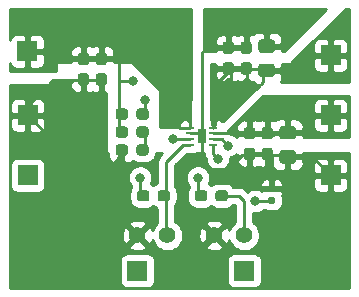
<source format=gbr>
G04 #@! TF.GenerationSoftware,KiCad,Pcbnew,(5.1.6)-1*
G04 #@! TF.CreationDate,2020-05-26T15:20:33+09:00*
G04 #@! TF.ProjectId,mic5332,6d696335-3333-4322-9e6b-696361645f70,rev?*
G04 #@! TF.SameCoordinates,Original*
G04 #@! TF.FileFunction,Copper,L1,Top*
G04 #@! TF.FilePolarity,Positive*
%FSLAX46Y46*%
G04 Gerber Fmt 4.6, Leading zero omitted, Abs format (unit mm)*
G04 Created by KiCad (PCBNEW (5.1.6)-1) date 2020-05-26 15:20:33*
%MOMM*%
%LPD*%
G01*
G04 APERTURE LIST*
G04 #@! TA.AperFunction,ComponentPad*
%ADD10C,1.400000*%
G04 #@! TD*
G04 #@! TA.AperFunction,SMDPad,CuDef*
%ADD11R,0.660400X1.244600*%
G04 #@! TD*
G04 #@! TA.AperFunction,SMDPad,CuDef*
%ADD12R,0.711200X0.203200*%
G04 #@! TD*
G04 #@! TA.AperFunction,ComponentPad*
%ADD13R,1.700000X1.700000*%
G04 #@! TD*
G04 #@! TA.AperFunction,ViaPad*
%ADD14C,0.400000*%
G04 #@! TD*
G04 #@! TA.AperFunction,ViaPad*
%ADD15C,0.800000*%
G04 #@! TD*
G04 #@! TA.AperFunction,Conductor*
%ADD16C,0.250000*%
G04 #@! TD*
G04 #@! TA.AperFunction,Conductor*
%ADD17C,0.254000*%
G04 #@! TD*
G04 APERTURE END LIST*
G04 #@! TA.AperFunction,SMDPad,CuDef*
G36*
G01*
X116337500Y-68575000D02*
X116812500Y-68575000D01*
G75*
G02*
X117050000Y-68812500I0J-237500D01*
G01*
X117050000Y-69387500D01*
G75*
G02*
X116812500Y-69625000I-237500J0D01*
G01*
X116337500Y-69625000D01*
G75*
G02*
X116100000Y-69387500I0J237500D01*
G01*
X116100000Y-68812500D01*
G75*
G02*
X116337500Y-68575000I237500J0D01*
G01*
G37*
G04 #@! TD.AperFunction*
G04 #@! TA.AperFunction,SMDPad,CuDef*
G36*
G01*
X116337500Y-70325000D02*
X116812500Y-70325000D01*
G75*
G02*
X117050000Y-70562500I0J-237500D01*
G01*
X117050000Y-71137500D01*
G75*
G02*
X116812500Y-71375000I-237500J0D01*
G01*
X116337500Y-71375000D01*
G75*
G02*
X116100000Y-71137500I0J237500D01*
G01*
X116100000Y-70562500D01*
G75*
G02*
X116337500Y-70325000I237500J0D01*
G01*
G37*
G04 #@! TD.AperFunction*
G04 #@! TA.AperFunction,SMDPad,CuDef*
G36*
G01*
X117852500Y-70330000D02*
X118327500Y-70330000D01*
G75*
G02*
X118565000Y-70567500I0J-237500D01*
G01*
X118565000Y-71142500D01*
G75*
G02*
X118327500Y-71380000I-237500J0D01*
G01*
X117852500Y-71380000D01*
G75*
G02*
X117615000Y-71142500I0J237500D01*
G01*
X117615000Y-70567500D01*
G75*
G02*
X117852500Y-70330000I237500J0D01*
G01*
G37*
G04 #@! TD.AperFunction*
G04 #@! TA.AperFunction,SMDPad,CuDef*
G36*
G01*
X117852500Y-68580000D02*
X118327500Y-68580000D01*
G75*
G02*
X118565000Y-68817500I0J-237500D01*
G01*
X118565000Y-69392500D01*
G75*
G02*
X118327500Y-69630000I-237500J0D01*
G01*
X117852500Y-69630000D01*
G75*
G02*
X117615000Y-69392500I0J237500D01*
G01*
X117615000Y-68817500D01*
G75*
G02*
X117852500Y-68580000I237500J0D01*
G01*
G37*
G04 #@! TD.AperFunction*
G04 #@! TA.AperFunction,SMDPad,CuDef*
G36*
G01*
X132672500Y-81380000D02*
X132327500Y-81380000D01*
G75*
G02*
X132180000Y-81232500I0J147500D01*
G01*
X132180000Y-80937500D01*
G75*
G02*
X132327500Y-80790000I147500J0D01*
G01*
X132672500Y-80790000D01*
G75*
G02*
X132820000Y-80937500I0J-147500D01*
G01*
X132820000Y-81232500D01*
G75*
G02*
X132672500Y-81380000I-147500J0D01*
G01*
G37*
G04 #@! TD.AperFunction*
G04 #@! TA.AperFunction,SMDPad,CuDef*
G36*
G01*
X132672500Y-80410000D02*
X132327500Y-80410000D01*
G75*
G02*
X132180000Y-80262500I0J147500D01*
G01*
X132180000Y-79967500D01*
G75*
G02*
X132327500Y-79820000I147500J0D01*
G01*
X132672500Y-79820000D01*
G75*
G02*
X132820000Y-79967500I0J-147500D01*
G01*
X132820000Y-80262500D01*
G75*
G02*
X132672500Y-80410000I-147500J0D01*
G01*
G37*
G04 #@! TD.AperFunction*
G04 #@! TA.AperFunction,SMDPad,CuDef*
G36*
G01*
X130392500Y-76625000D02*
X130867500Y-76625000D01*
G75*
G02*
X131105000Y-76862500I0J-237500D01*
G01*
X131105000Y-77437500D01*
G75*
G02*
X130867500Y-77675000I-237500J0D01*
G01*
X130392500Y-77675000D01*
G75*
G02*
X130155000Y-77437500I0J237500D01*
G01*
X130155000Y-76862500D01*
G75*
G02*
X130392500Y-76625000I237500J0D01*
G01*
G37*
G04 #@! TD.AperFunction*
G04 #@! TA.AperFunction,SMDPad,CuDef*
G36*
G01*
X130392500Y-74875000D02*
X130867500Y-74875000D01*
G75*
G02*
X131105000Y-75112500I0J-237500D01*
G01*
X131105000Y-75687500D01*
G75*
G02*
X130867500Y-75925000I-237500J0D01*
G01*
X130392500Y-75925000D01*
G75*
G02*
X130155000Y-75687500I0J237500D01*
G01*
X130155000Y-75112500D01*
G75*
G02*
X130392500Y-74875000I237500J0D01*
G01*
G37*
G04 #@! TD.AperFunction*
G04 #@! TA.AperFunction,SMDPad,CuDef*
G36*
G01*
X131902500Y-74875000D02*
X132377500Y-74875000D01*
G75*
G02*
X132615000Y-75112500I0J-237500D01*
G01*
X132615000Y-75687500D01*
G75*
G02*
X132377500Y-75925000I-237500J0D01*
G01*
X131902500Y-75925000D01*
G75*
G02*
X131665000Y-75687500I0J237500D01*
G01*
X131665000Y-75112500D01*
G75*
G02*
X131902500Y-74875000I237500J0D01*
G01*
G37*
G04 #@! TD.AperFunction*
G04 #@! TA.AperFunction,SMDPad,CuDef*
G36*
G01*
X131902500Y-76625000D02*
X132377500Y-76625000D01*
G75*
G02*
X132615000Y-76862500I0J-237500D01*
G01*
X132615000Y-77437500D01*
G75*
G02*
X132377500Y-77675000I-237500J0D01*
G01*
X131902500Y-77675000D01*
G75*
G02*
X131665000Y-77437500I0J237500D01*
G01*
X131665000Y-76862500D01*
G75*
G02*
X131902500Y-76625000I237500J0D01*
G01*
G37*
G04 #@! TD.AperFunction*
G04 #@! TA.AperFunction,SMDPad,CuDef*
G36*
G01*
X133419999Y-76830000D02*
X134320001Y-76830000D01*
G75*
G02*
X134570000Y-77079999I0J-249999D01*
G01*
X134570000Y-77730001D01*
G75*
G02*
X134320001Y-77980000I-249999J0D01*
G01*
X133419999Y-77980000D01*
G75*
G02*
X133170000Y-77730001I0J249999D01*
G01*
X133170000Y-77079999D01*
G75*
G02*
X133419999Y-76830000I249999J0D01*
G01*
G37*
G04 #@! TD.AperFunction*
G04 #@! TA.AperFunction,SMDPad,CuDef*
G36*
G01*
X133419999Y-74780000D02*
X134320001Y-74780000D01*
G75*
G02*
X134570000Y-75029999I0J-249999D01*
G01*
X134570000Y-75680001D01*
G75*
G02*
X134320001Y-75930000I-249999J0D01*
G01*
X133419999Y-75930000D01*
G75*
G02*
X133170000Y-75680001I0J249999D01*
G01*
X133170000Y-75029999D01*
G75*
G02*
X133419999Y-74780000I249999J0D01*
G01*
G37*
G04 #@! TD.AperFunction*
G04 #@! TA.AperFunction,SMDPad,CuDef*
G36*
G01*
X129077500Y-68690000D02*
X128602500Y-68690000D01*
G75*
G02*
X128365000Y-68452500I0J237500D01*
G01*
X128365000Y-67877500D01*
G75*
G02*
X128602500Y-67640000I237500J0D01*
G01*
X129077500Y-67640000D01*
G75*
G02*
X129315000Y-67877500I0J-237500D01*
G01*
X129315000Y-68452500D01*
G75*
G02*
X129077500Y-68690000I-237500J0D01*
G01*
G37*
G04 #@! TD.AperFunction*
G04 #@! TA.AperFunction,SMDPad,CuDef*
G36*
G01*
X129077500Y-70440000D02*
X128602500Y-70440000D01*
G75*
G02*
X128365000Y-70202500I0J237500D01*
G01*
X128365000Y-69627500D01*
G75*
G02*
X128602500Y-69390000I237500J0D01*
G01*
X129077500Y-69390000D01*
G75*
G02*
X129315000Y-69627500I0J-237500D01*
G01*
X129315000Y-70202500D01*
G75*
G02*
X129077500Y-70440000I-237500J0D01*
G01*
G37*
G04 #@! TD.AperFunction*
G04 #@! TA.AperFunction,SMDPad,CuDef*
G36*
G01*
X130587500Y-70440000D02*
X130112500Y-70440000D01*
G75*
G02*
X129875000Y-70202500I0J237500D01*
G01*
X129875000Y-69627500D01*
G75*
G02*
X130112500Y-69390000I237500J0D01*
G01*
X130587500Y-69390000D01*
G75*
G02*
X130825000Y-69627500I0J-237500D01*
G01*
X130825000Y-70202500D01*
G75*
G02*
X130587500Y-70440000I-237500J0D01*
G01*
G37*
G04 #@! TD.AperFunction*
G04 #@! TA.AperFunction,SMDPad,CuDef*
G36*
G01*
X130587500Y-68690000D02*
X130112500Y-68690000D01*
G75*
G02*
X129875000Y-68452500I0J237500D01*
G01*
X129875000Y-67877500D01*
G75*
G02*
X130112500Y-67640000I237500J0D01*
G01*
X130587500Y-67640000D01*
G75*
G02*
X130825000Y-67877500I0J-237500D01*
G01*
X130825000Y-68452500D01*
G75*
G02*
X130587500Y-68690000I-237500J0D01*
G01*
G37*
G04 #@! TD.AperFunction*
G04 #@! TA.AperFunction,SMDPad,CuDef*
G36*
G01*
X132530001Y-70650000D02*
X131629999Y-70650000D01*
G75*
G02*
X131380000Y-70400001I0J249999D01*
G01*
X131380000Y-69749999D01*
G75*
G02*
X131629999Y-69500000I249999J0D01*
G01*
X132530001Y-69500000D01*
G75*
G02*
X132780000Y-69749999I0J-249999D01*
G01*
X132780000Y-70400001D01*
G75*
G02*
X132530001Y-70650000I-249999J0D01*
G01*
G37*
G04 #@! TD.AperFunction*
G04 #@! TA.AperFunction,SMDPad,CuDef*
G36*
G01*
X132530001Y-68600000D02*
X131629999Y-68600000D01*
G75*
G02*
X131380000Y-68350001I0J249999D01*
G01*
X131380000Y-67699999D01*
G75*
G02*
X131629999Y-67450000I249999J0D01*
G01*
X132530001Y-67450000D01*
G75*
G02*
X132780000Y-67699999I0J-249999D01*
G01*
X132780000Y-68350001D01*
G75*
G02*
X132530001Y-68600000I-249999J0D01*
G01*
G37*
G04 #@! TD.AperFunction*
G04 #@! TA.AperFunction,SMDPad,CuDef*
G36*
G01*
X119300000Y-77057500D02*
X119300000Y-76582500D01*
G75*
G02*
X119537500Y-76345000I237500J0D01*
G01*
X120112500Y-76345000D01*
G75*
G02*
X120350000Y-76582500I0J-237500D01*
G01*
X120350000Y-77057500D01*
G75*
G02*
X120112500Y-77295000I-237500J0D01*
G01*
X119537500Y-77295000D01*
G75*
G02*
X119300000Y-77057500I0J237500D01*
G01*
G37*
G04 #@! TD.AperFunction*
G04 #@! TA.AperFunction,SMDPad,CuDef*
G36*
G01*
X121050000Y-77057500D02*
X121050000Y-76582500D01*
G75*
G02*
X121287500Y-76345000I237500J0D01*
G01*
X121862500Y-76345000D01*
G75*
G02*
X122100000Y-76582500I0J-237500D01*
G01*
X122100000Y-77057500D01*
G75*
G02*
X121862500Y-77295000I-237500J0D01*
G01*
X121287500Y-77295000D01*
G75*
G02*
X121050000Y-77057500I0J237500D01*
G01*
G37*
G04 #@! TD.AperFunction*
D10*
X127650000Y-84050000D03*
X130190000Y-84050000D03*
X123690000Y-84050000D03*
X121150000Y-84050000D03*
G04 #@! TA.AperFunction,SMDPad,CuDef*
G36*
G01*
X127750000Y-80937500D02*
X127750000Y-80462500D01*
G75*
G02*
X127987500Y-80225000I237500J0D01*
G01*
X128562500Y-80225000D01*
G75*
G02*
X128800000Y-80462500I0J-237500D01*
G01*
X128800000Y-80937500D01*
G75*
G02*
X128562500Y-81175000I-237500J0D01*
G01*
X127987500Y-81175000D01*
G75*
G02*
X127750000Y-80937500I0J237500D01*
G01*
G37*
G04 #@! TD.AperFunction*
G04 #@! TA.AperFunction,SMDPad,CuDef*
G36*
G01*
X126000000Y-80937500D02*
X126000000Y-80462500D01*
G75*
G02*
X126237500Y-80225000I237500J0D01*
G01*
X126812500Y-80225000D01*
G75*
G02*
X127050000Y-80462500I0J-237500D01*
G01*
X127050000Y-80937500D01*
G75*
G02*
X126812500Y-81175000I-237500J0D01*
G01*
X126237500Y-81175000D01*
G75*
G02*
X126000000Y-80937500I0J237500D01*
G01*
G37*
G04 #@! TD.AperFunction*
G04 #@! TA.AperFunction,SMDPad,CuDef*
G36*
G01*
X121100000Y-80937500D02*
X121100000Y-80462500D01*
G75*
G02*
X121337500Y-80225000I237500J0D01*
G01*
X121912500Y-80225000D01*
G75*
G02*
X122150000Y-80462500I0J-237500D01*
G01*
X122150000Y-80937500D01*
G75*
G02*
X121912500Y-81175000I-237500J0D01*
G01*
X121337500Y-81175000D01*
G75*
G02*
X121100000Y-80937500I0J237500D01*
G01*
G37*
G04 #@! TD.AperFunction*
G04 #@! TA.AperFunction,SMDPad,CuDef*
G36*
G01*
X122850000Y-80937500D02*
X122850000Y-80462500D01*
G75*
G02*
X123087500Y-80225000I237500J0D01*
G01*
X123662500Y-80225000D01*
G75*
G02*
X123900000Y-80462500I0J-237500D01*
G01*
X123900000Y-80937500D01*
G75*
G02*
X123662500Y-81175000I-237500J0D01*
G01*
X123087500Y-81175000D01*
G75*
G02*
X122850000Y-80937500I0J237500D01*
G01*
G37*
G04 #@! TD.AperFunction*
G04 #@! TA.AperFunction,SMDPad,CuDef*
G36*
G01*
X122110000Y-73542500D02*
X122110000Y-74017500D01*
G75*
G02*
X121872500Y-74255000I-237500J0D01*
G01*
X121297500Y-74255000D01*
G75*
G02*
X121060000Y-74017500I0J237500D01*
G01*
X121060000Y-73542500D01*
G75*
G02*
X121297500Y-73305000I237500J0D01*
G01*
X121872500Y-73305000D01*
G75*
G02*
X122110000Y-73542500I0J-237500D01*
G01*
G37*
G04 #@! TD.AperFunction*
G04 #@! TA.AperFunction,SMDPad,CuDef*
G36*
G01*
X120360000Y-73542500D02*
X120360000Y-74017500D01*
G75*
G02*
X120122500Y-74255000I-237500J0D01*
G01*
X119547500Y-74255000D01*
G75*
G02*
X119310000Y-74017500I0J237500D01*
G01*
X119310000Y-73542500D01*
G75*
G02*
X119547500Y-73305000I237500J0D01*
G01*
X120122500Y-73305000D01*
G75*
G02*
X120360000Y-73542500I0J-237500D01*
G01*
G37*
G04 #@! TD.AperFunction*
G04 #@! TA.AperFunction,SMDPad,CuDef*
G36*
G01*
X121050000Y-75537500D02*
X121050000Y-75062500D01*
G75*
G02*
X121287500Y-74825000I237500J0D01*
G01*
X121862500Y-74825000D01*
G75*
G02*
X122100000Y-75062500I0J-237500D01*
G01*
X122100000Y-75537500D01*
G75*
G02*
X121862500Y-75775000I-237500J0D01*
G01*
X121287500Y-75775000D01*
G75*
G02*
X121050000Y-75537500I0J237500D01*
G01*
G37*
G04 #@! TD.AperFunction*
G04 #@! TA.AperFunction,SMDPad,CuDef*
G36*
G01*
X119300000Y-75537500D02*
X119300000Y-75062500D01*
G75*
G02*
X119537500Y-74825000I237500J0D01*
G01*
X120112500Y-74825000D01*
G75*
G02*
X120350000Y-75062500I0J-237500D01*
G01*
X120350000Y-75537500D01*
G75*
G02*
X120112500Y-75775000I-237500J0D01*
G01*
X119537500Y-75775000D01*
G75*
G02*
X119300000Y-75537500I0J237500D01*
G01*
G37*
G04 #@! TD.AperFunction*
D11*
X126576400Y-75672400D03*
D12*
X127554300Y-74922399D03*
X127554300Y-75422400D03*
X127554300Y-75922400D03*
X127554300Y-76422401D03*
X125598500Y-76422401D03*
X125598500Y-75922400D03*
X125598500Y-75422400D03*
X125598500Y-74922399D03*
D13*
X111830000Y-68460000D03*
X130190000Y-87050000D03*
X121150000Y-87050000D03*
X111850000Y-73880000D03*
X137500000Y-78960000D03*
X111850000Y-78960000D03*
X137500000Y-68800000D03*
X137500000Y-73880000D03*
D14*
X126576400Y-75976400D03*
D15*
X133010000Y-65740000D03*
X128850000Y-65740000D03*
X131100000Y-81150000D03*
X128800000Y-76450000D03*
X120810000Y-70960000D03*
X121370000Y-79150000D03*
X126270000Y-79150000D03*
X127950000Y-77550000D03*
X124122400Y-75922400D03*
X121800000Y-72550000D03*
D16*
X132525000Y-77225000D02*
X133875000Y-77225000D01*
X125598500Y-75422400D02*
X126326400Y-75422400D01*
X126326400Y-75422400D02*
X126576400Y-75672400D01*
X132500000Y-77250000D02*
X132525000Y-77225000D01*
X132500000Y-80050000D02*
X132500000Y-77250000D01*
X126576400Y-75672400D02*
X126576400Y-75976400D01*
X126576400Y-75976400D02*
X126600000Y-76000000D01*
X126600000Y-76000000D02*
X126600000Y-77700000D01*
X126600000Y-77700000D02*
X127300000Y-78400000D01*
X127300000Y-78400000D02*
X128850000Y-78400000D01*
X130025000Y-77225000D02*
X131175000Y-77225000D01*
X128850000Y-78400000D02*
X130025000Y-77225000D01*
X131175000Y-77225000D02*
X132525000Y-77225000D01*
X126576400Y-75976400D02*
X126576400Y-75976400D01*
X113996777Y-70925000D02*
X117300000Y-70925000D01*
X111850000Y-73071777D02*
X113996777Y-70925000D01*
X117300000Y-70925000D02*
X117925000Y-70925000D01*
X111850000Y-73880000D02*
X111850000Y-73071777D01*
X135765000Y-77225000D02*
X137500000Y-78960000D01*
X133875000Y-77225000D02*
X135765000Y-77225000D01*
X126576400Y-74800100D02*
X126570000Y-74793700D01*
X126576400Y-75672400D02*
X126576400Y-74800100D01*
X126570000Y-74793700D02*
X126570000Y-68570000D01*
X127040000Y-68100000D02*
X129050000Y-68100000D01*
X126570000Y-68570000D02*
X127040000Y-68100000D01*
X119600000Y-77450000D02*
X118820000Y-78230000D01*
X119600000Y-76750000D02*
X119600000Y-77450000D01*
X116200000Y-78230000D02*
X111850000Y-73880000D01*
X118820000Y-78230000D02*
X116200000Y-78230000D01*
X127554300Y-75922400D02*
X128272400Y-75922400D01*
X128272400Y-75922400D02*
X128800000Y-76450000D01*
X128800000Y-76450000D02*
X128800000Y-76450000D01*
X131100000Y-81150000D02*
X132500000Y-81150000D01*
X128800000Y-76450000D02*
X128800000Y-76450000D01*
X127554300Y-75422400D02*
X131077600Y-75422400D01*
X131077600Y-75422400D02*
X131175000Y-75325000D01*
X131175000Y-75325000D02*
X133875000Y-75325000D01*
X127554300Y-74922399D02*
X127554300Y-71495700D01*
X127554300Y-71495700D02*
X129050000Y-70000000D01*
X129050000Y-70000000D02*
X130400000Y-70000000D01*
X130400000Y-70000000D02*
X131750000Y-70000000D01*
X129050000Y-70000000D02*
X129050000Y-70850000D01*
X130400000Y-70850000D02*
X130430000Y-70880000D01*
X130400000Y-70000000D02*
X130400000Y-70850000D01*
X131750000Y-70000000D02*
X131750000Y-70850000D01*
X131750000Y-70850000D02*
X131750000Y-71040000D01*
X131750000Y-71040000D02*
X131580000Y-71210000D01*
X121800000Y-75300000D02*
X121800000Y-76750000D01*
X119600000Y-75300000D02*
X119600000Y-73850000D01*
X116575000Y-69025000D02*
X117925000Y-69025000D01*
X117925000Y-69025000D02*
X118550000Y-69025000D01*
X118550000Y-69025000D02*
X118625000Y-69100000D01*
X117800000Y-69100000D02*
X119500000Y-69100000D01*
X119500000Y-69100000D02*
X119600000Y-69200000D01*
X119500000Y-69100000D02*
X122050000Y-69100000D01*
X125598500Y-72648500D02*
X125598500Y-74922399D01*
X122050000Y-69100000D02*
X125598500Y-72648500D01*
X120244315Y-70960000D02*
X119620000Y-70960000D01*
X120810000Y-70960000D02*
X120244315Y-70960000D01*
X119600000Y-69200000D02*
X119620000Y-70960000D01*
X119620000Y-70960000D02*
X119600000Y-73850000D01*
X126270000Y-80670000D02*
X126300000Y-80700000D01*
X126270000Y-79150000D02*
X126270000Y-80670000D01*
X121370000Y-80670000D02*
X121400000Y-80700000D01*
X121370000Y-79150000D02*
X121370000Y-80670000D01*
X111830000Y-68460000D02*
X115050000Y-68460000D01*
X115690000Y-69100000D02*
X116575000Y-69100000D01*
X115050000Y-68460000D02*
X115690000Y-69100000D01*
X125598500Y-74922399D02*
X124692399Y-74922399D01*
X127554300Y-76422401D02*
X127554300Y-77154300D01*
X127554300Y-77154300D02*
X127950000Y-77550000D01*
X127950000Y-77550000D02*
X127950000Y-77550000D01*
X130190000Y-81140000D02*
X130190000Y-84050000D01*
X128500000Y-80700000D02*
X129750000Y-80700000D01*
X129750000Y-80700000D02*
X130190000Y-81140000D01*
X123600000Y-77815301D02*
X123600000Y-80700000D01*
X125598500Y-76422401D02*
X124992900Y-76422401D01*
X124992900Y-76422401D02*
X123600000Y-77815301D01*
X123600000Y-83960000D02*
X123690000Y-84050000D01*
X123600000Y-80700000D02*
X123600000Y-83960000D01*
X125598500Y-75922400D02*
X124122400Y-75922400D01*
X124122400Y-75922400D02*
X124122400Y-75922400D01*
X121800000Y-73850000D02*
X121800000Y-72550000D01*
X121800000Y-72550000D02*
X121800000Y-72550000D01*
D17*
G36*
X139040001Y-75683000D02*
G01*
X135205449Y-75683000D01*
X135205000Y-75640750D01*
X135046250Y-75482000D01*
X133997000Y-75482000D01*
X133997000Y-75502000D01*
X133743000Y-75502000D01*
X133743000Y-75482000D01*
X132693750Y-75482000D01*
X132648750Y-75527000D01*
X132267000Y-75527000D01*
X132267000Y-75547000D01*
X132013000Y-75547000D01*
X132013000Y-75527000D01*
X130757000Y-75527000D01*
X130757000Y-75547000D01*
X130503000Y-75547000D01*
X130503000Y-75527000D01*
X129678750Y-75527000D01*
X129522750Y-75683000D01*
X129496711Y-75683000D01*
X129459774Y-75646063D01*
X129290256Y-75532795D01*
X129101898Y-75454774D01*
X128901939Y-75415000D01*
X128839801Y-75415000D01*
X128836203Y-75411402D01*
X128812401Y-75382399D01*
X128721669Y-75307937D01*
X129154606Y-74875000D01*
X129516928Y-74875000D01*
X129520000Y-75114250D01*
X129678750Y-75273000D01*
X130503000Y-75273000D01*
X130503000Y-74398750D01*
X130757000Y-74398750D01*
X130757000Y-75273000D01*
X132013000Y-75273000D01*
X132013000Y-74398750D01*
X132267000Y-74398750D01*
X132267000Y-75273000D01*
X133091250Y-75273000D01*
X133136250Y-75228000D01*
X133743000Y-75228000D01*
X133743000Y-74303750D01*
X133997000Y-74303750D01*
X133997000Y-75228000D01*
X135046250Y-75228000D01*
X135205000Y-75069250D01*
X135208072Y-74780000D01*
X135203148Y-74730000D01*
X136011928Y-74730000D01*
X136024188Y-74854482D01*
X136060498Y-74974180D01*
X136119463Y-75084494D01*
X136198815Y-75181185D01*
X136295506Y-75260537D01*
X136405820Y-75319502D01*
X136525518Y-75355812D01*
X136650000Y-75368072D01*
X137214250Y-75365000D01*
X137373000Y-75206250D01*
X137373000Y-74007000D01*
X137627000Y-74007000D01*
X137627000Y-75206250D01*
X137785750Y-75365000D01*
X138350000Y-75368072D01*
X138474482Y-75355812D01*
X138594180Y-75319502D01*
X138704494Y-75260537D01*
X138801185Y-75181185D01*
X138880537Y-75084494D01*
X138939502Y-74974180D01*
X138975812Y-74854482D01*
X138988072Y-74730000D01*
X138985000Y-74165750D01*
X138826250Y-74007000D01*
X137627000Y-74007000D01*
X137373000Y-74007000D01*
X136173750Y-74007000D01*
X136015000Y-74165750D01*
X136011928Y-74730000D01*
X135203148Y-74730000D01*
X135195812Y-74655518D01*
X135159502Y-74535820D01*
X135100537Y-74425506D01*
X135021185Y-74328815D01*
X134924494Y-74249463D01*
X134814180Y-74190498D01*
X134694482Y-74154188D01*
X134570000Y-74141928D01*
X134155750Y-74145000D01*
X133997000Y-74303750D01*
X133743000Y-74303750D01*
X133584250Y-74145000D01*
X133170000Y-74141928D01*
X133045518Y-74154188D01*
X132925820Y-74190498D01*
X132815506Y-74249463D01*
X132795234Y-74266100D01*
X132739482Y-74249188D01*
X132615000Y-74236928D01*
X132425750Y-74240000D01*
X132267000Y-74398750D01*
X132013000Y-74398750D01*
X131854250Y-74240000D01*
X131665000Y-74236928D01*
X131540518Y-74249188D01*
X131420820Y-74285498D01*
X131385000Y-74304644D01*
X131349180Y-74285498D01*
X131229482Y-74249188D01*
X131105000Y-74236928D01*
X130915750Y-74240000D01*
X130757000Y-74398750D01*
X130503000Y-74398750D01*
X130344250Y-74240000D01*
X130155000Y-74236928D01*
X130030518Y-74249188D01*
X129910820Y-74285498D01*
X129800506Y-74344463D01*
X129703815Y-74423815D01*
X129624463Y-74520506D01*
X129565498Y-74630820D01*
X129529188Y-74750518D01*
X129516928Y-74875000D01*
X129154606Y-74875000D01*
X130999606Y-73030000D01*
X136011928Y-73030000D01*
X136015000Y-73594250D01*
X136173750Y-73753000D01*
X137373000Y-73753000D01*
X137373000Y-72553750D01*
X137627000Y-72553750D01*
X137627000Y-73753000D01*
X138826250Y-73753000D01*
X138985000Y-73594250D01*
X138988072Y-73030000D01*
X138975812Y-72905518D01*
X138939502Y-72785820D01*
X138880537Y-72675506D01*
X138801185Y-72578815D01*
X138704494Y-72499463D01*
X138594180Y-72440498D01*
X138474482Y-72404188D01*
X138350000Y-72391928D01*
X137785750Y-72395000D01*
X137627000Y-72553750D01*
X137373000Y-72553750D01*
X137214250Y-72395000D01*
X136650000Y-72391928D01*
X136525518Y-72404188D01*
X136405820Y-72440498D01*
X136295506Y-72499463D01*
X136198815Y-72578815D01*
X136119463Y-72675506D01*
X136060498Y-72785820D01*
X136024188Y-72905518D01*
X136011928Y-73030000D01*
X130999606Y-73030000D01*
X131802606Y-72227000D01*
X139040001Y-72227000D01*
X139040001Y-75683000D01*
G37*
X139040001Y-75683000D02*
X135205449Y-75683000D01*
X135205000Y-75640750D01*
X135046250Y-75482000D01*
X133997000Y-75482000D01*
X133997000Y-75502000D01*
X133743000Y-75502000D01*
X133743000Y-75482000D01*
X132693750Y-75482000D01*
X132648750Y-75527000D01*
X132267000Y-75527000D01*
X132267000Y-75547000D01*
X132013000Y-75547000D01*
X132013000Y-75527000D01*
X130757000Y-75527000D01*
X130757000Y-75547000D01*
X130503000Y-75547000D01*
X130503000Y-75527000D01*
X129678750Y-75527000D01*
X129522750Y-75683000D01*
X129496711Y-75683000D01*
X129459774Y-75646063D01*
X129290256Y-75532795D01*
X129101898Y-75454774D01*
X128901939Y-75415000D01*
X128839801Y-75415000D01*
X128836203Y-75411402D01*
X128812401Y-75382399D01*
X128721669Y-75307937D01*
X129154606Y-74875000D01*
X129516928Y-74875000D01*
X129520000Y-75114250D01*
X129678750Y-75273000D01*
X130503000Y-75273000D01*
X130503000Y-74398750D01*
X130757000Y-74398750D01*
X130757000Y-75273000D01*
X132013000Y-75273000D01*
X132013000Y-74398750D01*
X132267000Y-74398750D01*
X132267000Y-75273000D01*
X133091250Y-75273000D01*
X133136250Y-75228000D01*
X133743000Y-75228000D01*
X133743000Y-74303750D01*
X133997000Y-74303750D01*
X133997000Y-75228000D01*
X135046250Y-75228000D01*
X135205000Y-75069250D01*
X135208072Y-74780000D01*
X135203148Y-74730000D01*
X136011928Y-74730000D01*
X136024188Y-74854482D01*
X136060498Y-74974180D01*
X136119463Y-75084494D01*
X136198815Y-75181185D01*
X136295506Y-75260537D01*
X136405820Y-75319502D01*
X136525518Y-75355812D01*
X136650000Y-75368072D01*
X137214250Y-75365000D01*
X137373000Y-75206250D01*
X137373000Y-74007000D01*
X137627000Y-74007000D01*
X137627000Y-75206250D01*
X137785750Y-75365000D01*
X138350000Y-75368072D01*
X138474482Y-75355812D01*
X138594180Y-75319502D01*
X138704494Y-75260537D01*
X138801185Y-75181185D01*
X138880537Y-75084494D01*
X138939502Y-74974180D01*
X138975812Y-74854482D01*
X138988072Y-74730000D01*
X138985000Y-74165750D01*
X138826250Y-74007000D01*
X137627000Y-74007000D01*
X137373000Y-74007000D01*
X136173750Y-74007000D01*
X136015000Y-74165750D01*
X136011928Y-74730000D01*
X135203148Y-74730000D01*
X135195812Y-74655518D01*
X135159502Y-74535820D01*
X135100537Y-74425506D01*
X135021185Y-74328815D01*
X134924494Y-74249463D01*
X134814180Y-74190498D01*
X134694482Y-74154188D01*
X134570000Y-74141928D01*
X134155750Y-74145000D01*
X133997000Y-74303750D01*
X133743000Y-74303750D01*
X133584250Y-74145000D01*
X133170000Y-74141928D01*
X133045518Y-74154188D01*
X132925820Y-74190498D01*
X132815506Y-74249463D01*
X132795234Y-74266100D01*
X132739482Y-74249188D01*
X132615000Y-74236928D01*
X132425750Y-74240000D01*
X132267000Y-74398750D01*
X132013000Y-74398750D01*
X131854250Y-74240000D01*
X131665000Y-74236928D01*
X131540518Y-74249188D01*
X131420820Y-74285498D01*
X131385000Y-74304644D01*
X131349180Y-74285498D01*
X131229482Y-74249188D01*
X131105000Y-74236928D01*
X130915750Y-74240000D01*
X130757000Y-74398750D01*
X130503000Y-74398750D01*
X130344250Y-74240000D01*
X130155000Y-74236928D01*
X130030518Y-74249188D01*
X129910820Y-74285498D01*
X129800506Y-74344463D01*
X129703815Y-74423815D01*
X129624463Y-74520506D01*
X129565498Y-74630820D01*
X129529188Y-74750518D01*
X129516928Y-74875000D01*
X129154606Y-74875000D01*
X130999606Y-73030000D01*
X136011928Y-73030000D01*
X136015000Y-73594250D01*
X136173750Y-73753000D01*
X137373000Y-73753000D01*
X137373000Y-72553750D01*
X137627000Y-72553750D01*
X137627000Y-73753000D01*
X138826250Y-73753000D01*
X138985000Y-73594250D01*
X138988072Y-73030000D01*
X138975812Y-72905518D01*
X138939502Y-72785820D01*
X138880537Y-72675506D01*
X138801185Y-72578815D01*
X138704494Y-72499463D01*
X138594180Y-72440498D01*
X138474482Y-72404188D01*
X138350000Y-72391928D01*
X137785750Y-72395000D01*
X137627000Y-72553750D01*
X137373000Y-72553750D01*
X137214250Y-72395000D01*
X136650000Y-72391928D01*
X136525518Y-72404188D01*
X136405820Y-72440498D01*
X136295506Y-72499463D01*
X136198815Y-72578815D01*
X136119463Y-72675506D01*
X136060498Y-72785820D01*
X136024188Y-72905518D01*
X136011928Y-73030000D01*
X130999606Y-73030000D01*
X131802606Y-72227000D01*
X139040001Y-72227000D01*
X139040001Y-75683000D01*
G36*
X127913815Y-70891185D02*
G01*
X128010506Y-70970537D01*
X128120820Y-71029502D01*
X128240518Y-71065812D01*
X128365000Y-71078072D01*
X128554250Y-71075000D01*
X128713000Y-70916250D01*
X128713000Y-70837000D01*
X128967000Y-70837000D01*
X128967000Y-70916250D01*
X129125750Y-71075000D01*
X129315000Y-71078072D01*
X129439482Y-71065812D01*
X129559180Y-71029502D01*
X129595000Y-71010356D01*
X129630820Y-71029502D01*
X129750518Y-71065812D01*
X129875000Y-71078072D01*
X130064250Y-71075000D01*
X130223000Y-70916250D01*
X130223000Y-70837000D01*
X130477000Y-70837000D01*
X130477000Y-70916250D01*
X130635750Y-71075000D01*
X130825000Y-71078072D01*
X130903502Y-71070341D01*
X130928815Y-71101185D01*
X131025506Y-71180537D01*
X131135820Y-71239502D01*
X131255518Y-71275812D01*
X131380000Y-71288072D01*
X131503236Y-71287158D01*
X128387793Y-74402601D01*
X128341542Y-74350883D01*
X128241572Y-74275703D01*
X128128856Y-74221471D01*
X128007726Y-74190271D01*
X127882836Y-74183301D01*
X127840050Y-74185799D01*
X127681300Y-74344549D01*
X127681300Y-74662400D01*
X127516967Y-74662400D01*
X127427300Y-74671232D01*
X127427300Y-74344549D01*
X127357000Y-74274249D01*
X127357000Y-70837000D01*
X127869347Y-70837000D01*
X127913815Y-70891185D01*
G37*
X127913815Y-70891185D02*
X128010506Y-70970537D01*
X128120820Y-71029502D01*
X128240518Y-71065812D01*
X128365000Y-71078072D01*
X128554250Y-71075000D01*
X128713000Y-70916250D01*
X128713000Y-70837000D01*
X128967000Y-70837000D01*
X128967000Y-70916250D01*
X129125750Y-71075000D01*
X129315000Y-71078072D01*
X129439482Y-71065812D01*
X129559180Y-71029502D01*
X129595000Y-71010356D01*
X129630820Y-71029502D01*
X129750518Y-71065812D01*
X129875000Y-71078072D01*
X130064250Y-71075000D01*
X130223000Y-70916250D01*
X130223000Y-70837000D01*
X130477000Y-70837000D01*
X130477000Y-70916250D01*
X130635750Y-71075000D01*
X130825000Y-71078072D01*
X130903502Y-71070341D01*
X130928815Y-71101185D01*
X131025506Y-71180537D01*
X131135820Y-71239502D01*
X131255518Y-71275812D01*
X131380000Y-71288072D01*
X131503236Y-71287158D01*
X128387793Y-74402601D01*
X128341542Y-74350883D01*
X128241572Y-74275703D01*
X128128856Y-74221471D01*
X128007726Y-74190271D01*
X127882836Y-74183301D01*
X127840050Y-74185799D01*
X127681300Y-74344549D01*
X127681300Y-74662400D01*
X127516967Y-74662400D01*
X127427300Y-74671232D01*
X127427300Y-74344549D01*
X127357000Y-74274249D01*
X127357000Y-70837000D01*
X127869347Y-70837000D01*
X127913815Y-70891185D01*
G36*
X139040001Y-71063000D02*
G01*
X133262523Y-71063000D01*
X133310537Y-71004494D01*
X133369502Y-70894180D01*
X133405812Y-70774482D01*
X133418072Y-70650000D01*
X133415000Y-70360750D01*
X133256250Y-70202000D01*
X132207000Y-70202000D01*
X132207000Y-70222000D01*
X131953000Y-70222000D01*
X131953000Y-70202000D01*
X131933000Y-70202000D01*
X131933000Y-69948000D01*
X131953000Y-69948000D01*
X131953000Y-69928000D01*
X132207000Y-69928000D01*
X132207000Y-69948000D01*
X133256250Y-69948000D01*
X133415000Y-69789250D01*
X133416479Y-69650000D01*
X136011928Y-69650000D01*
X136024188Y-69774482D01*
X136060498Y-69894180D01*
X136119463Y-70004494D01*
X136198815Y-70101185D01*
X136295506Y-70180537D01*
X136405820Y-70239502D01*
X136525518Y-70275812D01*
X136650000Y-70288072D01*
X137214250Y-70285000D01*
X137373000Y-70126250D01*
X137373000Y-68927000D01*
X137627000Y-68927000D01*
X137627000Y-70126250D01*
X137785750Y-70285000D01*
X138350000Y-70288072D01*
X138474482Y-70275812D01*
X138594180Y-70239502D01*
X138704494Y-70180537D01*
X138801185Y-70101185D01*
X138880537Y-70004494D01*
X138939502Y-69894180D01*
X138975812Y-69774482D01*
X138988072Y-69650000D01*
X138985000Y-69085750D01*
X138826250Y-68927000D01*
X137627000Y-68927000D01*
X137373000Y-68927000D01*
X136173750Y-68927000D01*
X136015000Y-69085750D01*
X136011928Y-69650000D01*
X133416479Y-69650000D01*
X133417998Y-69507000D01*
X134070000Y-69507000D01*
X134094776Y-69504560D01*
X134118601Y-69497333D01*
X134140557Y-69485597D01*
X134159803Y-69469803D01*
X135679606Y-67950000D01*
X136011928Y-67950000D01*
X136015000Y-68514250D01*
X136173750Y-68673000D01*
X137373000Y-68673000D01*
X137373000Y-67473750D01*
X137627000Y-67473750D01*
X137627000Y-68673000D01*
X138826250Y-68673000D01*
X138985000Y-68514250D01*
X138988072Y-67950000D01*
X138975812Y-67825518D01*
X138939502Y-67705820D01*
X138880537Y-67595506D01*
X138801185Y-67498815D01*
X138704494Y-67419463D01*
X138594180Y-67360498D01*
X138474482Y-67324188D01*
X138350000Y-67311928D01*
X137785750Y-67315000D01*
X137627000Y-67473750D01*
X137373000Y-67473750D01*
X137214250Y-67315000D01*
X136650000Y-67311928D01*
X136525518Y-67324188D01*
X136405820Y-67360498D01*
X136295506Y-67419463D01*
X136198815Y-67498815D01*
X136119463Y-67595506D01*
X136060498Y-67705820D01*
X136024188Y-67825518D01*
X136011928Y-67950000D01*
X135679606Y-67950000D01*
X138769606Y-64860000D01*
X139040001Y-64860000D01*
X139040001Y-71063000D01*
G37*
X139040001Y-71063000D02*
X133262523Y-71063000D01*
X133310537Y-71004494D01*
X133369502Y-70894180D01*
X133405812Y-70774482D01*
X133418072Y-70650000D01*
X133415000Y-70360750D01*
X133256250Y-70202000D01*
X132207000Y-70202000D01*
X132207000Y-70222000D01*
X131953000Y-70222000D01*
X131953000Y-70202000D01*
X131933000Y-70202000D01*
X131933000Y-69948000D01*
X131953000Y-69948000D01*
X131953000Y-69928000D01*
X132207000Y-69928000D01*
X132207000Y-69948000D01*
X133256250Y-69948000D01*
X133415000Y-69789250D01*
X133416479Y-69650000D01*
X136011928Y-69650000D01*
X136024188Y-69774482D01*
X136060498Y-69894180D01*
X136119463Y-70004494D01*
X136198815Y-70101185D01*
X136295506Y-70180537D01*
X136405820Y-70239502D01*
X136525518Y-70275812D01*
X136650000Y-70288072D01*
X137214250Y-70285000D01*
X137373000Y-70126250D01*
X137373000Y-68927000D01*
X137627000Y-68927000D01*
X137627000Y-70126250D01*
X137785750Y-70285000D01*
X138350000Y-70288072D01*
X138474482Y-70275812D01*
X138594180Y-70239502D01*
X138704494Y-70180537D01*
X138801185Y-70101185D01*
X138880537Y-70004494D01*
X138939502Y-69894180D01*
X138975812Y-69774482D01*
X138988072Y-69650000D01*
X138985000Y-69085750D01*
X138826250Y-68927000D01*
X137627000Y-68927000D01*
X137373000Y-68927000D01*
X136173750Y-68927000D01*
X136015000Y-69085750D01*
X136011928Y-69650000D01*
X133416479Y-69650000D01*
X133417998Y-69507000D01*
X134070000Y-69507000D01*
X134094776Y-69504560D01*
X134118601Y-69497333D01*
X134140557Y-69485597D01*
X134159803Y-69469803D01*
X135679606Y-67950000D01*
X136011928Y-67950000D01*
X136015000Y-68514250D01*
X136173750Y-68673000D01*
X137373000Y-68673000D01*
X137373000Y-67473750D01*
X137627000Y-67473750D01*
X137627000Y-68673000D01*
X138826250Y-68673000D01*
X138985000Y-68514250D01*
X138988072Y-67950000D01*
X138975812Y-67825518D01*
X138939502Y-67705820D01*
X138880537Y-67595506D01*
X138801185Y-67498815D01*
X138704494Y-67419463D01*
X138594180Y-67360498D01*
X138474482Y-67324188D01*
X138350000Y-67311928D01*
X137785750Y-67315000D01*
X137627000Y-67473750D01*
X137373000Y-67473750D01*
X137214250Y-67315000D01*
X136650000Y-67311928D01*
X136525518Y-67324188D01*
X136405820Y-67360498D01*
X136295506Y-67419463D01*
X136198815Y-67498815D01*
X136119463Y-67595506D01*
X136060498Y-67705820D01*
X136024188Y-67825518D01*
X136011928Y-67950000D01*
X135679606Y-67950000D01*
X138769606Y-64860000D01*
X139040001Y-64860000D01*
X139040001Y-71063000D01*
G36*
X130623750Y-71063000D02*
G01*
X130477002Y-71063000D01*
X130477002Y-70916252D01*
X130623750Y-71063000D01*
G37*
X130623750Y-71063000D02*
X130477002Y-71063000D01*
X130477002Y-70916252D01*
X130623750Y-71063000D01*
G36*
X129113750Y-71063000D02*
G01*
X128967002Y-71063000D01*
X128967002Y-70916252D01*
X129113750Y-71063000D01*
G37*
X129113750Y-71063000D02*
X128967002Y-71063000D01*
X128967002Y-70916252D01*
X129113750Y-71063000D01*
G36*
X130222998Y-71063000D02*
G01*
X130076250Y-71063000D01*
X130222998Y-70916252D01*
X130222998Y-71063000D01*
G37*
X130222998Y-71063000D02*
X130076250Y-71063000D01*
X130222998Y-70916252D01*
X130222998Y-71063000D01*
G36*
X129630820Y-71029502D02*
G01*
X129741248Y-71063000D01*
X129448752Y-71063000D01*
X129559180Y-71029502D01*
X129595000Y-71010356D01*
X129630820Y-71029502D01*
G37*
X129630820Y-71029502D02*
X129741248Y-71063000D01*
X129448752Y-71063000D01*
X129559180Y-71029502D01*
X129595000Y-71010356D01*
X129630820Y-71029502D01*
G36*
X127730000Y-69629250D02*
G01*
X127888750Y-69788000D01*
X128713000Y-69788000D01*
X128713000Y-69768000D01*
X128967000Y-69768000D01*
X128967000Y-69788000D01*
X130223000Y-69788000D01*
X130223000Y-69768000D01*
X130477000Y-69768000D01*
X130477000Y-69788000D01*
X130497000Y-69788000D01*
X130497000Y-70042000D01*
X130477000Y-70042000D01*
X130477000Y-70062000D01*
X130223000Y-70062000D01*
X130223000Y-70042000D01*
X128967000Y-70042000D01*
X128967000Y-70062000D01*
X128713000Y-70062000D01*
X128713000Y-70042000D01*
X127888750Y-70042000D01*
X127730000Y-70200750D01*
X127726928Y-70440000D01*
X127739188Y-70564482D01*
X127775498Y-70684180D01*
X127834463Y-70794494D01*
X127913815Y-70891185D01*
X128010506Y-70970537D01*
X128120820Y-71029502D01*
X128231248Y-71063000D01*
X127357000Y-71063000D01*
X127357000Y-69507000D01*
X127728430Y-69507000D01*
X127730000Y-69629250D01*
G37*
X127730000Y-69629250D02*
X127888750Y-69788000D01*
X128713000Y-69788000D01*
X128713000Y-69768000D01*
X128967000Y-69768000D01*
X128967000Y-69788000D01*
X130223000Y-69788000D01*
X130223000Y-69768000D01*
X130477000Y-69768000D01*
X130477000Y-69788000D01*
X130497000Y-69788000D01*
X130497000Y-70042000D01*
X130477000Y-70042000D01*
X130477000Y-70062000D01*
X130223000Y-70062000D01*
X130223000Y-70042000D01*
X128967000Y-70042000D01*
X128967000Y-70062000D01*
X128713000Y-70062000D01*
X128713000Y-70042000D01*
X127888750Y-70042000D01*
X127730000Y-70200750D01*
X127726928Y-70440000D01*
X127739188Y-70564482D01*
X127775498Y-70684180D01*
X127834463Y-70794494D01*
X127913815Y-70891185D01*
X128010506Y-70970537D01*
X128120820Y-71029502D01*
X128231248Y-71063000D01*
X127357000Y-71063000D01*
X127357000Y-69507000D01*
X127728430Y-69507000D01*
X127730000Y-69629250D01*
G36*
X128712998Y-71063000D02*
G01*
X128566250Y-71063000D01*
X128712998Y-70916252D01*
X128712998Y-71063000D01*
G37*
X128712998Y-71063000D02*
X128566250Y-71063000D01*
X128712998Y-70916252D01*
X128712998Y-71063000D01*
G36*
X133577394Y-68413000D02*
G01*
X133416086Y-68413000D01*
X133415000Y-68310750D01*
X133256250Y-68152000D01*
X132207000Y-68152000D01*
X132207000Y-68172000D01*
X131953000Y-68172000D01*
X131953000Y-68152000D01*
X131933000Y-68152000D01*
X131933000Y-67898000D01*
X131953000Y-67898000D01*
X131953000Y-66973750D01*
X132207000Y-66973750D01*
X132207000Y-67898000D01*
X133256250Y-67898000D01*
X133415000Y-67739250D01*
X133418072Y-67450000D01*
X133405812Y-67325518D01*
X133369502Y-67205820D01*
X133310537Y-67095506D01*
X133231185Y-66998815D01*
X133134494Y-66919463D01*
X133024180Y-66860498D01*
X132904482Y-66824188D01*
X132780000Y-66811928D01*
X132365750Y-66815000D01*
X132207000Y-66973750D01*
X131953000Y-66973750D01*
X131794250Y-66815000D01*
X131380000Y-66811928D01*
X131255518Y-66824188D01*
X131135820Y-66860498D01*
X131025506Y-66919463D01*
X130928815Y-66998815D01*
X130918688Y-67011155D01*
X130825000Y-67001928D01*
X130635750Y-67005000D01*
X130477000Y-67163750D01*
X130477000Y-68038000D01*
X130497000Y-68038000D01*
X130497000Y-68292000D01*
X130477000Y-68292000D01*
X130477000Y-68312000D01*
X130223000Y-68312000D01*
X130223000Y-68292000D01*
X128967000Y-68292000D01*
X128967000Y-68312000D01*
X128713000Y-68312000D01*
X128713000Y-68292000D01*
X127888750Y-68292000D01*
X127767750Y-68413000D01*
X126747000Y-68413000D01*
X126747000Y-67640000D01*
X127726928Y-67640000D01*
X127730000Y-67879250D01*
X127888750Y-68038000D01*
X128713000Y-68038000D01*
X128713000Y-67163750D01*
X128967000Y-67163750D01*
X128967000Y-68038000D01*
X130223000Y-68038000D01*
X130223000Y-67163750D01*
X130064250Y-67005000D01*
X129875000Y-67001928D01*
X129750518Y-67014188D01*
X129630820Y-67050498D01*
X129595000Y-67069644D01*
X129559180Y-67050498D01*
X129439482Y-67014188D01*
X129315000Y-67001928D01*
X129125750Y-67005000D01*
X128967000Y-67163750D01*
X128713000Y-67163750D01*
X128554250Y-67005000D01*
X128365000Y-67001928D01*
X128240518Y-67014188D01*
X128120820Y-67050498D01*
X128010506Y-67109463D01*
X127913815Y-67188815D01*
X127834463Y-67285506D01*
X127775498Y-67395820D01*
X127739188Y-67515518D01*
X127726928Y-67640000D01*
X126747000Y-67640000D01*
X126747000Y-64860000D01*
X137130394Y-64860000D01*
X133577394Y-68413000D01*
G37*
X133577394Y-68413000D02*
X133416086Y-68413000D01*
X133415000Y-68310750D01*
X133256250Y-68152000D01*
X132207000Y-68152000D01*
X132207000Y-68172000D01*
X131953000Y-68172000D01*
X131953000Y-68152000D01*
X131933000Y-68152000D01*
X131933000Y-67898000D01*
X131953000Y-67898000D01*
X131953000Y-66973750D01*
X132207000Y-66973750D01*
X132207000Y-67898000D01*
X133256250Y-67898000D01*
X133415000Y-67739250D01*
X133418072Y-67450000D01*
X133405812Y-67325518D01*
X133369502Y-67205820D01*
X133310537Y-67095506D01*
X133231185Y-66998815D01*
X133134494Y-66919463D01*
X133024180Y-66860498D01*
X132904482Y-66824188D01*
X132780000Y-66811928D01*
X132365750Y-66815000D01*
X132207000Y-66973750D01*
X131953000Y-66973750D01*
X131794250Y-66815000D01*
X131380000Y-66811928D01*
X131255518Y-66824188D01*
X131135820Y-66860498D01*
X131025506Y-66919463D01*
X130928815Y-66998815D01*
X130918688Y-67011155D01*
X130825000Y-67001928D01*
X130635750Y-67005000D01*
X130477000Y-67163750D01*
X130477000Y-68038000D01*
X130497000Y-68038000D01*
X130497000Y-68292000D01*
X130477000Y-68292000D01*
X130477000Y-68312000D01*
X130223000Y-68312000D01*
X130223000Y-68292000D01*
X128967000Y-68292000D01*
X128967000Y-68312000D01*
X128713000Y-68312000D01*
X128713000Y-68292000D01*
X127888750Y-68292000D01*
X127767750Y-68413000D01*
X126747000Y-68413000D01*
X126747000Y-67640000D01*
X127726928Y-67640000D01*
X127730000Y-67879250D01*
X127888750Y-68038000D01*
X128713000Y-68038000D01*
X128713000Y-67163750D01*
X128967000Y-67163750D01*
X128967000Y-68038000D01*
X130223000Y-68038000D01*
X130223000Y-67163750D01*
X130064250Y-67005000D01*
X129875000Y-67001928D01*
X129750518Y-67014188D01*
X129630820Y-67050498D01*
X129595000Y-67069644D01*
X129559180Y-67050498D01*
X129439482Y-67014188D01*
X129315000Y-67001928D01*
X129125750Y-67005000D01*
X128967000Y-67163750D01*
X128713000Y-67163750D01*
X128554250Y-67005000D01*
X128365000Y-67001928D01*
X128240518Y-67014188D01*
X128120820Y-67050498D01*
X128010506Y-67109463D01*
X127913815Y-67188815D01*
X127834463Y-67285506D01*
X127775498Y-67395820D01*
X127739188Y-67515518D01*
X127726928Y-67640000D01*
X126747000Y-67640000D01*
X126747000Y-64860000D01*
X137130394Y-64860000D01*
X133577394Y-68413000D01*
G36*
X118665000Y-77105750D02*
G01*
X118661928Y-77295000D01*
X118674188Y-77419482D01*
X118710498Y-77539180D01*
X118769463Y-77649494D01*
X118848815Y-77746185D01*
X118945506Y-77825537D01*
X119055820Y-77884502D01*
X119175518Y-77920812D01*
X119300000Y-77933072D01*
X119539250Y-77930000D01*
X119698000Y-77771250D01*
X119698000Y-77087000D01*
X119952000Y-77087000D01*
X119952000Y-77771250D01*
X120110750Y-77930000D01*
X120350000Y-77933072D01*
X120474482Y-77920812D01*
X120594180Y-77884502D01*
X120704494Y-77825537D01*
X120777161Y-77765901D01*
X120801058Y-77785512D01*
X120952433Y-77866423D01*
X121116684Y-77916248D01*
X121287500Y-77933072D01*
X121862500Y-77933072D01*
X122033316Y-77916248D01*
X122197567Y-77866423D01*
X122348942Y-77785512D01*
X122481623Y-77676623D01*
X122590512Y-77543942D01*
X122671423Y-77392567D01*
X122721248Y-77228316D01*
X122735166Y-77087000D01*
X123253500Y-77087000D01*
X123089003Y-77251497D01*
X123059999Y-77275300D01*
X123004871Y-77342475D01*
X122965026Y-77391025D01*
X122930539Y-77455546D01*
X122894454Y-77523055D01*
X122850997Y-77666316D01*
X122840000Y-77777969D01*
X122840000Y-77777979D01*
X122836324Y-77815301D01*
X122840000Y-77852624D01*
X122840001Y-79627014D01*
X122752433Y-79653577D01*
X122601058Y-79734488D01*
X122500000Y-79817425D01*
X122398942Y-79734488D01*
X122270215Y-79665683D01*
X122287205Y-79640256D01*
X122365226Y-79451898D01*
X122405000Y-79251939D01*
X122405000Y-79048061D01*
X122365226Y-78848102D01*
X122287205Y-78659744D01*
X122173937Y-78490226D01*
X122029774Y-78346063D01*
X121860256Y-78232795D01*
X121671898Y-78154774D01*
X121471939Y-78115000D01*
X121268061Y-78115000D01*
X121068102Y-78154774D01*
X120879744Y-78232795D01*
X120710226Y-78346063D01*
X120566063Y-78490226D01*
X120452795Y-78659744D01*
X120374774Y-78848102D01*
X120335000Y-79048061D01*
X120335000Y-79251939D01*
X120374774Y-79451898D01*
X120452795Y-79640256D01*
X120566063Y-79809774D01*
X120610000Y-79853711D01*
X120610001Y-79975433D01*
X120609488Y-79976058D01*
X120528577Y-80127433D01*
X120478752Y-80291684D01*
X120461928Y-80462500D01*
X120461928Y-80937500D01*
X120478752Y-81108316D01*
X120528577Y-81272567D01*
X120609488Y-81423942D01*
X120718377Y-81556623D01*
X120851058Y-81665512D01*
X121002433Y-81746423D01*
X121166684Y-81796248D01*
X121337500Y-81813072D01*
X121912500Y-81813072D01*
X122083316Y-81796248D01*
X122247567Y-81746423D01*
X122398942Y-81665512D01*
X122500000Y-81582575D01*
X122601058Y-81665512D01*
X122752433Y-81746423D01*
X122840000Y-81772986D01*
X122840001Y-83012361D01*
X122838987Y-83013038D01*
X122653038Y-83198987D01*
X122506939Y-83417641D01*
X122418379Y-83631444D01*
X122358935Y-83468634D01*
X122305037Y-83367797D01*
X122071269Y-83308336D01*
X121329605Y-84050000D01*
X122071269Y-84791664D01*
X122305037Y-84732203D01*
X122415934Y-84493758D01*
X122420706Y-84474173D01*
X122506939Y-84682359D01*
X122653038Y-84901013D01*
X122838987Y-85086962D01*
X123057641Y-85233061D01*
X123300595Y-85333696D01*
X123558514Y-85385000D01*
X123821486Y-85385000D01*
X124079405Y-85333696D01*
X124322359Y-85233061D01*
X124541013Y-85086962D01*
X124656706Y-84971269D01*
X126908336Y-84971269D01*
X126967797Y-85205037D01*
X127206242Y-85315934D01*
X127461740Y-85378183D01*
X127724473Y-85389390D01*
X127984344Y-85349125D01*
X128231366Y-85258935D01*
X128332203Y-85205037D01*
X128391664Y-84971269D01*
X127650000Y-84229605D01*
X126908336Y-84971269D01*
X124656706Y-84971269D01*
X124726962Y-84901013D01*
X124873061Y-84682359D01*
X124973696Y-84439405D01*
X125025000Y-84181486D01*
X125025000Y-84124473D01*
X126310610Y-84124473D01*
X126350875Y-84384344D01*
X126441065Y-84631366D01*
X126494963Y-84732203D01*
X126728731Y-84791664D01*
X127470395Y-84050000D01*
X126728731Y-83308336D01*
X126494963Y-83367797D01*
X126384066Y-83606242D01*
X126321817Y-83861740D01*
X126310610Y-84124473D01*
X125025000Y-84124473D01*
X125025000Y-83918514D01*
X124973696Y-83660595D01*
X124873061Y-83417641D01*
X124726962Y-83198987D01*
X124656706Y-83128731D01*
X126908336Y-83128731D01*
X127650000Y-83870395D01*
X128391664Y-83128731D01*
X128332203Y-82894963D01*
X128093758Y-82784066D01*
X127838260Y-82721817D01*
X127575527Y-82710610D01*
X127315656Y-82750875D01*
X127068634Y-82841065D01*
X126967797Y-82894963D01*
X126908336Y-83128731D01*
X124656706Y-83128731D01*
X124541013Y-83013038D01*
X124360000Y-82892090D01*
X124360000Y-81461121D01*
X124390512Y-81423942D01*
X124471423Y-81272567D01*
X124521248Y-81108316D01*
X124538072Y-80937500D01*
X124538072Y-80462500D01*
X124521248Y-80291684D01*
X124471423Y-80127433D01*
X124390512Y-79976058D01*
X124360000Y-79938879D01*
X124360000Y-79048061D01*
X125235000Y-79048061D01*
X125235000Y-79251939D01*
X125274774Y-79451898D01*
X125352795Y-79640256D01*
X125466063Y-79809774D01*
X125510000Y-79853711D01*
X125510001Y-79975433D01*
X125509488Y-79976058D01*
X125428577Y-80127433D01*
X125378752Y-80291684D01*
X125361928Y-80462500D01*
X125361928Y-80937500D01*
X125378752Y-81108316D01*
X125428577Y-81272567D01*
X125509488Y-81423942D01*
X125618377Y-81556623D01*
X125751058Y-81665512D01*
X125902433Y-81746423D01*
X126066684Y-81796248D01*
X126237500Y-81813072D01*
X126812500Y-81813072D01*
X126983316Y-81796248D01*
X127147567Y-81746423D01*
X127298942Y-81665512D01*
X127400000Y-81582575D01*
X127501058Y-81665512D01*
X127652433Y-81746423D01*
X127816684Y-81796248D01*
X127987500Y-81813072D01*
X128562500Y-81813072D01*
X128733316Y-81796248D01*
X128897567Y-81746423D01*
X129048942Y-81665512D01*
X129181623Y-81556623D01*
X129260920Y-81460000D01*
X129430000Y-81460000D01*
X129430001Y-82952225D01*
X129338987Y-83013038D01*
X129153038Y-83198987D01*
X129006939Y-83417641D01*
X128918379Y-83631444D01*
X128858935Y-83468634D01*
X128805037Y-83367797D01*
X128571269Y-83308336D01*
X127829605Y-84050000D01*
X128571269Y-84791664D01*
X128805037Y-84732203D01*
X128915934Y-84493758D01*
X128920706Y-84474173D01*
X129006939Y-84682359D01*
X129153038Y-84901013D01*
X129338987Y-85086962D01*
X129557641Y-85233061D01*
X129800595Y-85333696D01*
X130058514Y-85385000D01*
X130321486Y-85385000D01*
X130579405Y-85333696D01*
X130822359Y-85233061D01*
X131041013Y-85086962D01*
X131226962Y-84901013D01*
X131373061Y-84682359D01*
X131473696Y-84439405D01*
X131525000Y-84181486D01*
X131525000Y-83918514D01*
X131473696Y-83660595D01*
X131373061Y-83417641D01*
X131226962Y-83198987D01*
X131041013Y-83013038D01*
X130950000Y-82952225D01*
X130950000Y-82175440D01*
X130998061Y-82185000D01*
X131201939Y-82185000D01*
X131401898Y-82145226D01*
X131590256Y-82067205D01*
X131759774Y-81953937D01*
X131803711Y-81910000D01*
X131936561Y-81910000D01*
X132026875Y-81958274D01*
X132174243Y-82002977D01*
X132327500Y-82018072D01*
X132672500Y-82018072D01*
X132825757Y-82002977D01*
X132973125Y-81958274D01*
X133108940Y-81885679D01*
X133227983Y-81787983D01*
X133325679Y-81668940D01*
X133398274Y-81533125D01*
X133442977Y-81385757D01*
X133458072Y-81232500D01*
X133458072Y-80937500D01*
X133442977Y-80784243D01*
X133405688Y-80661316D01*
X133409502Y-80654180D01*
X133445812Y-80534482D01*
X133458072Y-80410000D01*
X133455000Y-80400750D01*
X133296250Y-80242000D01*
X133029763Y-80242000D01*
X132973125Y-80211726D01*
X132825757Y-80167023D01*
X132672500Y-80151928D01*
X132327500Y-80151928D01*
X132174243Y-80167023D01*
X132026875Y-80211726D01*
X131970237Y-80242000D01*
X131703750Y-80242000D01*
X131663809Y-80281941D01*
X131590256Y-80232795D01*
X131401898Y-80154774D01*
X131201939Y-80115000D01*
X130998061Y-80115000D01*
X130798102Y-80154774D01*
X130609744Y-80232795D01*
X130458592Y-80333791D01*
X130313804Y-80189003D01*
X130290001Y-80159999D01*
X130174276Y-80065026D01*
X130042247Y-79994454D01*
X129898986Y-79950997D01*
X129787333Y-79940000D01*
X129787322Y-79940000D01*
X129750000Y-79936324D01*
X129712678Y-79940000D01*
X129260920Y-79940000D01*
X129181623Y-79843377D01*
X129153139Y-79820000D01*
X131541928Y-79820000D01*
X131545000Y-79829250D01*
X131703750Y-79988000D01*
X132373000Y-79988000D01*
X132373000Y-79343750D01*
X132627000Y-79343750D01*
X132627000Y-79988000D01*
X133296250Y-79988000D01*
X133455000Y-79829250D01*
X133458072Y-79820000D01*
X133457088Y-79810000D01*
X136011928Y-79810000D01*
X136024188Y-79934482D01*
X136060498Y-80054180D01*
X136119463Y-80164494D01*
X136198815Y-80261185D01*
X136295506Y-80340537D01*
X136405820Y-80399502D01*
X136525518Y-80435812D01*
X136650000Y-80448072D01*
X137214250Y-80445000D01*
X137373000Y-80286250D01*
X137373000Y-79087000D01*
X137627000Y-79087000D01*
X137627000Y-80286250D01*
X137785750Y-80445000D01*
X138350000Y-80448072D01*
X138474482Y-80435812D01*
X138594180Y-80399502D01*
X138704494Y-80340537D01*
X138801185Y-80261185D01*
X138880537Y-80164494D01*
X138939502Y-80054180D01*
X138975812Y-79934482D01*
X138988072Y-79810000D01*
X138985000Y-79245750D01*
X138826250Y-79087000D01*
X137627000Y-79087000D01*
X137373000Y-79087000D01*
X136173750Y-79087000D01*
X136015000Y-79245750D01*
X136011928Y-79810000D01*
X133457088Y-79810000D01*
X133445812Y-79695518D01*
X133409502Y-79575820D01*
X133350537Y-79465506D01*
X133271185Y-79368815D01*
X133174494Y-79289463D01*
X133064180Y-79230498D01*
X132944482Y-79194188D01*
X132820000Y-79181928D01*
X132785750Y-79185000D01*
X132627000Y-79343750D01*
X132373000Y-79343750D01*
X132214250Y-79185000D01*
X132180000Y-79181928D01*
X132055518Y-79194188D01*
X131935820Y-79230498D01*
X131825506Y-79289463D01*
X131728815Y-79368815D01*
X131649463Y-79465506D01*
X131590498Y-79575820D01*
X131554188Y-79695518D01*
X131541928Y-79820000D01*
X129153139Y-79820000D01*
X129048942Y-79734488D01*
X128897567Y-79653577D01*
X128733316Y-79603752D01*
X128562500Y-79586928D01*
X127987500Y-79586928D01*
X127816684Y-79603752D01*
X127652433Y-79653577D01*
X127501058Y-79734488D01*
X127400000Y-79817425D01*
X127298942Y-79734488D01*
X127170215Y-79665683D01*
X127187205Y-79640256D01*
X127265226Y-79451898D01*
X127305000Y-79251939D01*
X127305000Y-79048061D01*
X127265226Y-78848102D01*
X127187205Y-78659744D01*
X127073937Y-78490226D01*
X126929774Y-78346063D01*
X126760256Y-78232795D01*
X126571898Y-78154774D01*
X126371939Y-78115000D01*
X126168061Y-78115000D01*
X125968102Y-78154774D01*
X125779744Y-78232795D01*
X125610226Y-78346063D01*
X125466063Y-78490226D01*
X125352795Y-78659744D01*
X125274774Y-78848102D01*
X125235000Y-79048061D01*
X124360000Y-79048061D01*
X124360000Y-78130102D01*
X125307702Y-77182401D01*
X125635833Y-77182401D01*
X125747486Y-77171404D01*
X125778247Y-77162073D01*
X125954100Y-77162073D01*
X126078582Y-77149813D01*
X126198280Y-77113503D01*
X126247863Y-77087000D01*
X126794300Y-77087000D01*
X126794300Y-77116978D01*
X126790624Y-77154300D01*
X126794300Y-77191622D01*
X126794300Y-77191633D01*
X126805297Y-77303286D01*
X126831913Y-77391026D01*
X126848754Y-77446546D01*
X126915000Y-77570483D01*
X126915000Y-77651939D01*
X126954774Y-77851898D01*
X127032795Y-78040256D01*
X127146063Y-78209774D01*
X127290226Y-78353937D01*
X127459744Y-78467205D01*
X127648102Y-78545226D01*
X127848061Y-78585000D01*
X128051939Y-78585000D01*
X128251898Y-78545226D01*
X128440256Y-78467205D01*
X128609774Y-78353937D01*
X128753937Y-78209774D01*
X128867205Y-78040256D01*
X128945226Y-77851898D01*
X128985000Y-77651939D01*
X128985000Y-77468478D01*
X129101898Y-77445226D01*
X129290256Y-77367205D01*
X129459774Y-77253937D01*
X129520000Y-77193711D01*
X129520000Y-77277002D01*
X129678748Y-77277002D01*
X129520000Y-77435750D01*
X129516928Y-77675000D01*
X129529188Y-77799482D01*
X129565498Y-77919180D01*
X129624463Y-78029494D01*
X129703815Y-78126185D01*
X129800506Y-78205537D01*
X129910820Y-78264502D01*
X130030518Y-78300812D01*
X130155000Y-78313072D01*
X130344250Y-78310000D01*
X130503000Y-78151250D01*
X130503000Y-77277000D01*
X130757000Y-77277000D01*
X130757000Y-78151250D01*
X130915750Y-78310000D01*
X131105000Y-78313072D01*
X131229482Y-78300812D01*
X131349180Y-78264502D01*
X131385000Y-78245356D01*
X131420820Y-78264502D01*
X131540518Y-78300812D01*
X131665000Y-78313072D01*
X131854250Y-78310000D01*
X132013000Y-78151250D01*
X132013000Y-77277000D01*
X130757000Y-77277000D01*
X130503000Y-77277000D01*
X130483000Y-77277000D01*
X130483000Y-77087000D01*
X132287000Y-77087000D01*
X132287000Y-77277000D01*
X132267000Y-77277000D01*
X132267000Y-78151250D01*
X132425750Y-78310000D01*
X132615000Y-78313072D01*
X132627362Y-78311855D01*
X132639463Y-78334494D01*
X132718815Y-78431185D01*
X132815506Y-78510537D01*
X132925820Y-78569502D01*
X133045518Y-78605812D01*
X133170000Y-78618072D01*
X133584250Y-78615000D01*
X133743000Y-78456250D01*
X133743000Y-77532000D01*
X133997000Y-77532000D01*
X133997000Y-78456250D01*
X134155750Y-78615000D01*
X134570000Y-78618072D01*
X134694482Y-78605812D01*
X134814180Y-78569502D01*
X134924494Y-78510537D01*
X135021185Y-78431185D01*
X135100537Y-78334494D01*
X135159502Y-78224180D01*
X135194138Y-78110000D01*
X136011928Y-78110000D01*
X136015000Y-78674250D01*
X136173750Y-78833000D01*
X137373000Y-78833000D01*
X137373000Y-77633750D01*
X137627000Y-77633750D01*
X137627000Y-78833000D01*
X138826250Y-78833000D01*
X138985000Y-78674250D01*
X138988072Y-78110000D01*
X138975812Y-77985518D01*
X138939502Y-77865820D01*
X138880537Y-77755506D01*
X138801185Y-77658815D01*
X138704494Y-77579463D01*
X138594180Y-77520498D01*
X138474482Y-77484188D01*
X138350000Y-77471928D01*
X137785750Y-77475000D01*
X137627000Y-77633750D01*
X137373000Y-77633750D01*
X137214250Y-77475000D01*
X136650000Y-77471928D01*
X136525518Y-77484188D01*
X136405820Y-77520498D01*
X136295506Y-77579463D01*
X136198815Y-77658815D01*
X136119463Y-77755506D01*
X136060498Y-77865820D01*
X136024188Y-77985518D01*
X136011928Y-78110000D01*
X135194138Y-78110000D01*
X135195812Y-78104482D01*
X135208072Y-77980000D01*
X135205000Y-77690750D01*
X135046250Y-77532000D01*
X133997000Y-77532000D01*
X133743000Y-77532000D01*
X133723000Y-77532000D01*
X133723000Y-77278000D01*
X133743000Y-77278000D01*
X133743000Y-77258000D01*
X133997000Y-77258000D01*
X133997000Y-77278000D01*
X135046250Y-77278000D01*
X135205000Y-77119250D01*
X135205343Y-77087000D01*
X139040000Y-77087000D01*
X139040000Y-88540000D01*
X116027000Y-88540000D01*
X116027000Y-86200000D01*
X119661928Y-86200000D01*
X119661928Y-87900000D01*
X119674188Y-88024482D01*
X119710498Y-88144180D01*
X119769463Y-88254494D01*
X119848815Y-88351185D01*
X119945506Y-88430537D01*
X120055820Y-88489502D01*
X120175518Y-88525812D01*
X120300000Y-88538072D01*
X122000000Y-88538072D01*
X122124482Y-88525812D01*
X122244180Y-88489502D01*
X122354494Y-88430537D01*
X122451185Y-88351185D01*
X122530537Y-88254494D01*
X122589502Y-88144180D01*
X122625812Y-88024482D01*
X122638072Y-87900000D01*
X122638072Y-86200000D01*
X128701928Y-86200000D01*
X128701928Y-87900000D01*
X128714188Y-88024482D01*
X128750498Y-88144180D01*
X128809463Y-88254494D01*
X128888815Y-88351185D01*
X128985506Y-88430537D01*
X129095820Y-88489502D01*
X129215518Y-88525812D01*
X129340000Y-88538072D01*
X131040000Y-88538072D01*
X131164482Y-88525812D01*
X131284180Y-88489502D01*
X131394494Y-88430537D01*
X131491185Y-88351185D01*
X131570537Y-88254494D01*
X131629502Y-88144180D01*
X131665812Y-88024482D01*
X131678072Y-87900000D01*
X131678072Y-86200000D01*
X131665812Y-86075518D01*
X131629502Y-85955820D01*
X131570537Y-85845506D01*
X131491185Y-85748815D01*
X131394494Y-85669463D01*
X131284180Y-85610498D01*
X131164482Y-85574188D01*
X131040000Y-85561928D01*
X129340000Y-85561928D01*
X129215518Y-85574188D01*
X129095820Y-85610498D01*
X128985506Y-85669463D01*
X128888815Y-85748815D01*
X128809463Y-85845506D01*
X128750498Y-85955820D01*
X128714188Y-86075518D01*
X128701928Y-86200000D01*
X122638072Y-86200000D01*
X122625812Y-86075518D01*
X122589502Y-85955820D01*
X122530537Y-85845506D01*
X122451185Y-85748815D01*
X122354494Y-85669463D01*
X122244180Y-85610498D01*
X122124482Y-85574188D01*
X122000000Y-85561928D01*
X120300000Y-85561928D01*
X120175518Y-85574188D01*
X120055820Y-85610498D01*
X119945506Y-85669463D01*
X119848815Y-85748815D01*
X119769463Y-85845506D01*
X119710498Y-85955820D01*
X119674188Y-86075518D01*
X119661928Y-86200000D01*
X116027000Y-86200000D01*
X116027000Y-84971269D01*
X120408336Y-84971269D01*
X120467797Y-85205037D01*
X120706242Y-85315934D01*
X120961740Y-85378183D01*
X121224473Y-85389390D01*
X121484344Y-85349125D01*
X121731366Y-85258935D01*
X121832203Y-85205037D01*
X121891664Y-84971269D01*
X121150000Y-84229605D01*
X120408336Y-84971269D01*
X116027000Y-84971269D01*
X116027000Y-84124473D01*
X119810610Y-84124473D01*
X119850875Y-84384344D01*
X119941065Y-84631366D01*
X119994963Y-84732203D01*
X120228731Y-84791664D01*
X120970395Y-84050000D01*
X120228731Y-83308336D01*
X119994963Y-83367797D01*
X119884066Y-83606242D01*
X119821817Y-83861740D01*
X119810610Y-84124473D01*
X116027000Y-84124473D01*
X116027000Y-83128731D01*
X120408336Y-83128731D01*
X121150000Y-83870395D01*
X121891664Y-83128731D01*
X121832203Y-82894963D01*
X121593758Y-82784066D01*
X121338260Y-82721817D01*
X121075527Y-82710610D01*
X120815656Y-82750875D01*
X120568634Y-82841065D01*
X120467797Y-82894963D01*
X120408336Y-83128731D01*
X116027000Y-83128731D01*
X116027000Y-77087000D01*
X118683750Y-77087000D01*
X118665000Y-77105750D01*
G37*
X118665000Y-77105750D02*
X118661928Y-77295000D01*
X118674188Y-77419482D01*
X118710498Y-77539180D01*
X118769463Y-77649494D01*
X118848815Y-77746185D01*
X118945506Y-77825537D01*
X119055820Y-77884502D01*
X119175518Y-77920812D01*
X119300000Y-77933072D01*
X119539250Y-77930000D01*
X119698000Y-77771250D01*
X119698000Y-77087000D01*
X119952000Y-77087000D01*
X119952000Y-77771250D01*
X120110750Y-77930000D01*
X120350000Y-77933072D01*
X120474482Y-77920812D01*
X120594180Y-77884502D01*
X120704494Y-77825537D01*
X120777161Y-77765901D01*
X120801058Y-77785512D01*
X120952433Y-77866423D01*
X121116684Y-77916248D01*
X121287500Y-77933072D01*
X121862500Y-77933072D01*
X122033316Y-77916248D01*
X122197567Y-77866423D01*
X122348942Y-77785512D01*
X122481623Y-77676623D01*
X122590512Y-77543942D01*
X122671423Y-77392567D01*
X122721248Y-77228316D01*
X122735166Y-77087000D01*
X123253500Y-77087000D01*
X123089003Y-77251497D01*
X123059999Y-77275300D01*
X123004871Y-77342475D01*
X122965026Y-77391025D01*
X122930539Y-77455546D01*
X122894454Y-77523055D01*
X122850997Y-77666316D01*
X122840000Y-77777969D01*
X122840000Y-77777979D01*
X122836324Y-77815301D01*
X122840000Y-77852624D01*
X122840001Y-79627014D01*
X122752433Y-79653577D01*
X122601058Y-79734488D01*
X122500000Y-79817425D01*
X122398942Y-79734488D01*
X122270215Y-79665683D01*
X122287205Y-79640256D01*
X122365226Y-79451898D01*
X122405000Y-79251939D01*
X122405000Y-79048061D01*
X122365226Y-78848102D01*
X122287205Y-78659744D01*
X122173937Y-78490226D01*
X122029774Y-78346063D01*
X121860256Y-78232795D01*
X121671898Y-78154774D01*
X121471939Y-78115000D01*
X121268061Y-78115000D01*
X121068102Y-78154774D01*
X120879744Y-78232795D01*
X120710226Y-78346063D01*
X120566063Y-78490226D01*
X120452795Y-78659744D01*
X120374774Y-78848102D01*
X120335000Y-79048061D01*
X120335000Y-79251939D01*
X120374774Y-79451898D01*
X120452795Y-79640256D01*
X120566063Y-79809774D01*
X120610000Y-79853711D01*
X120610001Y-79975433D01*
X120609488Y-79976058D01*
X120528577Y-80127433D01*
X120478752Y-80291684D01*
X120461928Y-80462500D01*
X120461928Y-80937500D01*
X120478752Y-81108316D01*
X120528577Y-81272567D01*
X120609488Y-81423942D01*
X120718377Y-81556623D01*
X120851058Y-81665512D01*
X121002433Y-81746423D01*
X121166684Y-81796248D01*
X121337500Y-81813072D01*
X121912500Y-81813072D01*
X122083316Y-81796248D01*
X122247567Y-81746423D01*
X122398942Y-81665512D01*
X122500000Y-81582575D01*
X122601058Y-81665512D01*
X122752433Y-81746423D01*
X122840000Y-81772986D01*
X122840001Y-83012361D01*
X122838987Y-83013038D01*
X122653038Y-83198987D01*
X122506939Y-83417641D01*
X122418379Y-83631444D01*
X122358935Y-83468634D01*
X122305037Y-83367797D01*
X122071269Y-83308336D01*
X121329605Y-84050000D01*
X122071269Y-84791664D01*
X122305037Y-84732203D01*
X122415934Y-84493758D01*
X122420706Y-84474173D01*
X122506939Y-84682359D01*
X122653038Y-84901013D01*
X122838987Y-85086962D01*
X123057641Y-85233061D01*
X123300595Y-85333696D01*
X123558514Y-85385000D01*
X123821486Y-85385000D01*
X124079405Y-85333696D01*
X124322359Y-85233061D01*
X124541013Y-85086962D01*
X124656706Y-84971269D01*
X126908336Y-84971269D01*
X126967797Y-85205037D01*
X127206242Y-85315934D01*
X127461740Y-85378183D01*
X127724473Y-85389390D01*
X127984344Y-85349125D01*
X128231366Y-85258935D01*
X128332203Y-85205037D01*
X128391664Y-84971269D01*
X127650000Y-84229605D01*
X126908336Y-84971269D01*
X124656706Y-84971269D01*
X124726962Y-84901013D01*
X124873061Y-84682359D01*
X124973696Y-84439405D01*
X125025000Y-84181486D01*
X125025000Y-84124473D01*
X126310610Y-84124473D01*
X126350875Y-84384344D01*
X126441065Y-84631366D01*
X126494963Y-84732203D01*
X126728731Y-84791664D01*
X127470395Y-84050000D01*
X126728731Y-83308336D01*
X126494963Y-83367797D01*
X126384066Y-83606242D01*
X126321817Y-83861740D01*
X126310610Y-84124473D01*
X125025000Y-84124473D01*
X125025000Y-83918514D01*
X124973696Y-83660595D01*
X124873061Y-83417641D01*
X124726962Y-83198987D01*
X124656706Y-83128731D01*
X126908336Y-83128731D01*
X127650000Y-83870395D01*
X128391664Y-83128731D01*
X128332203Y-82894963D01*
X128093758Y-82784066D01*
X127838260Y-82721817D01*
X127575527Y-82710610D01*
X127315656Y-82750875D01*
X127068634Y-82841065D01*
X126967797Y-82894963D01*
X126908336Y-83128731D01*
X124656706Y-83128731D01*
X124541013Y-83013038D01*
X124360000Y-82892090D01*
X124360000Y-81461121D01*
X124390512Y-81423942D01*
X124471423Y-81272567D01*
X124521248Y-81108316D01*
X124538072Y-80937500D01*
X124538072Y-80462500D01*
X124521248Y-80291684D01*
X124471423Y-80127433D01*
X124390512Y-79976058D01*
X124360000Y-79938879D01*
X124360000Y-79048061D01*
X125235000Y-79048061D01*
X125235000Y-79251939D01*
X125274774Y-79451898D01*
X125352795Y-79640256D01*
X125466063Y-79809774D01*
X125510000Y-79853711D01*
X125510001Y-79975433D01*
X125509488Y-79976058D01*
X125428577Y-80127433D01*
X125378752Y-80291684D01*
X125361928Y-80462500D01*
X125361928Y-80937500D01*
X125378752Y-81108316D01*
X125428577Y-81272567D01*
X125509488Y-81423942D01*
X125618377Y-81556623D01*
X125751058Y-81665512D01*
X125902433Y-81746423D01*
X126066684Y-81796248D01*
X126237500Y-81813072D01*
X126812500Y-81813072D01*
X126983316Y-81796248D01*
X127147567Y-81746423D01*
X127298942Y-81665512D01*
X127400000Y-81582575D01*
X127501058Y-81665512D01*
X127652433Y-81746423D01*
X127816684Y-81796248D01*
X127987500Y-81813072D01*
X128562500Y-81813072D01*
X128733316Y-81796248D01*
X128897567Y-81746423D01*
X129048942Y-81665512D01*
X129181623Y-81556623D01*
X129260920Y-81460000D01*
X129430000Y-81460000D01*
X129430001Y-82952225D01*
X129338987Y-83013038D01*
X129153038Y-83198987D01*
X129006939Y-83417641D01*
X128918379Y-83631444D01*
X128858935Y-83468634D01*
X128805037Y-83367797D01*
X128571269Y-83308336D01*
X127829605Y-84050000D01*
X128571269Y-84791664D01*
X128805037Y-84732203D01*
X128915934Y-84493758D01*
X128920706Y-84474173D01*
X129006939Y-84682359D01*
X129153038Y-84901013D01*
X129338987Y-85086962D01*
X129557641Y-85233061D01*
X129800595Y-85333696D01*
X130058514Y-85385000D01*
X130321486Y-85385000D01*
X130579405Y-85333696D01*
X130822359Y-85233061D01*
X131041013Y-85086962D01*
X131226962Y-84901013D01*
X131373061Y-84682359D01*
X131473696Y-84439405D01*
X131525000Y-84181486D01*
X131525000Y-83918514D01*
X131473696Y-83660595D01*
X131373061Y-83417641D01*
X131226962Y-83198987D01*
X131041013Y-83013038D01*
X130950000Y-82952225D01*
X130950000Y-82175440D01*
X130998061Y-82185000D01*
X131201939Y-82185000D01*
X131401898Y-82145226D01*
X131590256Y-82067205D01*
X131759774Y-81953937D01*
X131803711Y-81910000D01*
X131936561Y-81910000D01*
X132026875Y-81958274D01*
X132174243Y-82002977D01*
X132327500Y-82018072D01*
X132672500Y-82018072D01*
X132825757Y-82002977D01*
X132973125Y-81958274D01*
X133108940Y-81885679D01*
X133227983Y-81787983D01*
X133325679Y-81668940D01*
X133398274Y-81533125D01*
X133442977Y-81385757D01*
X133458072Y-81232500D01*
X133458072Y-80937500D01*
X133442977Y-80784243D01*
X133405688Y-80661316D01*
X133409502Y-80654180D01*
X133445812Y-80534482D01*
X133458072Y-80410000D01*
X133455000Y-80400750D01*
X133296250Y-80242000D01*
X133029763Y-80242000D01*
X132973125Y-80211726D01*
X132825757Y-80167023D01*
X132672500Y-80151928D01*
X132327500Y-80151928D01*
X132174243Y-80167023D01*
X132026875Y-80211726D01*
X131970237Y-80242000D01*
X131703750Y-80242000D01*
X131663809Y-80281941D01*
X131590256Y-80232795D01*
X131401898Y-80154774D01*
X131201939Y-80115000D01*
X130998061Y-80115000D01*
X130798102Y-80154774D01*
X130609744Y-80232795D01*
X130458592Y-80333791D01*
X130313804Y-80189003D01*
X130290001Y-80159999D01*
X130174276Y-80065026D01*
X130042247Y-79994454D01*
X129898986Y-79950997D01*
X129787333Y-79940000D01*
X129787322Y-79940000D01*
X129750000Y-79936324D01*
X129712678Y-79940000D01*
X129260920Y-79940000D01*
X129181623Y-79843377D01*
X129153139Y-79820000D01*
X131541928Y-79820000D01*
X131545000Y-79829250D01*
X131703750Y-79988000D01*
X132373000Y-79988000D01*
X132373000Y-79343750D01*
X132627000Y-79343750D01*
X132627000Y-79988000D01*
X133296250Y-79988000D01*
X133455000Y-79829250D01*
X133458072Y-79820000D01*
X133457088Y-79810000D01*
X136011928Y-79810000D01*
X136024188Y-79934482D01*
X136060498Y-80054180D01*
X136119463Y-80164494D01*
X136198815Y-80261185D01*
X136295506Y-80340537D01*
X136405820Y-80399502D01*
X136525518Y-80435812D01*
X136650000Y-80448072D01*
X137214250Y-80445000D01*
X137373000Y-80286250D01*
X137373000Y-79087000D01*
X137627000Y-79087000D01*
X137627000Y-80286250D01*
X137785750Y-80445000D01*
X138350000Y-80448072D01*
X138474482Y-80435812D01*
X138594180Y-80399502D01*
X138704494Y-80340537D01*
X138801185Y-80261185D01*
X138880537Y-80164494D01*
X138939502Y-80054180D01*
X138975812Y-79934482D01*
X138988072Y-79810000D01*
X138985000Y-79245750D01*
X138826250Y-79087000D01*
X137627000Y-79087000D01*
X137373000Y-79087000D01*
X136173750Y-79087000D01*
X136015000Y-79245750D01*
X136011928Y-79810000D01*
X133457088Y-79810000D01*
X133445812Y-79695518D01*
X133409502Y-79575820D01*
X133350537Y-79465506D01*
X133271185Y-79368815D01*
X133174494Y-79289463D01*
X133064180Y-79230498D01*
X132944482Y-79194188D01*
X132820000Y-79181928D01*
X132785750Y-79185000D01*
X132627000Y-79343750D01*
X132373000Y-79343750D01*
X132214250Y-79185000D01*
X132180000Y-79181928D01*
X132055518Y-79194188D01*
X131935820Y-79230498D01*
X131825506Y-79289463D01*
X131728815Y-79368815D01*
X131649463Y-79465506D01*
X131590498Y-79575820D01*
X131554188Y-79695518D01*
X131541928Y-79820000D01*
X129153139Y-79820000D01*
X129048942Y-79734488D01*
X128897567Y-79653577D01*
X128733316Y-79603752D01*
X128562500Y-79586928D01*
X127987500Y-79586928D01*
X127816684Y-79603752D01*
X127652433Y-79653577D01*
X127501058Y-79734488D01*
X127400000Y-79817425D01*
X127298942Y-79734488D01*
X127170215Y-79665683D01*
X127187205Y-79640256D01*
X127265226Y-79451898D01*
X127305000Y-79251939D01*
X127305000Y-79048061D01*
X127265226Y-78848102D01*
X127187205Y-78659744D01*
X127073937Y-78490226D01*
X126929774Y-78346063D01*
X126760256Y-78232795D01*
X126571898Y-78154774D01*
X126371939Y-78115000D01*
X126168061Y-78115000D01*
X125968102Y-78154774D01*
X125779744Y-78232795D01*
X125610226Y-78346063D01*
X125466063Y-78490226D01*
X125352795Y-78659744D01*
X125274774Y-78848102D01*
X125235000Y-79048061D01*
X124360000Y-79048061D01*
X124360000Y-78130102D01*
X125307702Y-77182401D01*
X125635833Y-77182401D01*
X125747486Y-77171404D01*
X125778247Y-77162073D01*
X125954100Y-77162073D01*
X126078582Y-77149813D01*
X126198280Y-77113503D01*
X126247863Y-77087000D01*
X126794300Y-77087000D01*
X126794300Y-77116978D01*
X126790624Y-77154300D01*
X126794300Y-77191622D01*
X126794300Y-77191633D01*
X126805297Y-77303286D01*
X126831913Y-77391026D01*
X126848754Y-77446546D01*
X126915000Y-77570483D01*
X126915000Y-77651939D01*
X126954774Y-77851898D01*
X127032795Y-78040256D01*
X127146063Y-78209774D01*
X127290226Y-78353937D01*
X127459744Y-78467205D01*
X127648102Y-78545226D01*
X127848061Y-78585000D01*
X128051939Y-78585000D01*
X128251898Y-78545226D01*
X128440256Y-78467205D01*
X128609774Y-78353937D01*
X128753937Y-78209774D01*
X128867205Y-78040256D01*
X128945226Y-77851898D01*
X128985000Y-77651939D01*
X128985000Y-77468478D01*
X129101898Y-77445226D01*
X129290256Y-77367205D01*
X129459774Y-77253937D01*
X129520000Y-77193711D01*
X129520000Y-77277002D01*
X129678748Y-77277002D01*
X129520000Y-77435750D01*
X129516928Y-77675000D01*
X129529188Y-77799482D01*
X129565498Y-77919180D01*
X129624463Y-78029494D01*
X129703815Y-78126185D01*
X129800506Y-78205537D01*
X129910820Y-78264502D01*
X130030518Y-78300812D01*
X130155000Y-78313072D01*
X130344250Y-78310000D01*
X130503000Y-78151250D01*
X130503000Y-77277000D01*
X130757000Y-77277000D01*
X130757000Y-78151250D01*
X130915750Y-78310000D01*
X131105000Y-78313072D01*
X131229482Y-78300812D01*
X131349180Y-78264502D01*
X131385000Y-78245356D01*
X131420820Y-78264502D01*
X131540518Y-78300812D01*
X131665000Y-78313072D01*
X131854250Y-78310000D01*
X132013000Y-78151250D01*
X132013000Y-77277000D01*
X130757000Y-77277000D01*
X130503000Y-77277000D01*
X130483000Y-77277000D01*
X130483000Y-77087000D01*
X132287000Y-77087000D01*
X132287000Y-77277000D01*
X132267000Y-77277000D01*
X132267000Y-78151250D01*
X132425750Y-78310000D01*
X132615000Y-78313072D01*
X132627362Y-78311855D01*
X132639463Y-78334494D01*
X132718815Y-78431185D01*
X132815506Y-78510537D01*
X132925820Y-78569502D01*
X133045518Y-78605812D01*
X133170000Y-78618072D01*
X133584250Y-78615000D01*
X133743000Y-78456250D01*
X133743000Y-77532000D01*
X133997000Y-77532000D01*
X133997000Y-78456250D01*
X134155750Y-78615000D01*
X134570000Y-78618072D01*
X134694482Y-78605812D01*
X134814180Y-78569502D01*
X134924494Y-78510537D01*
X135021185Y-78431185D01*
X135100537Y-78334494D01*
X135159502Y-78224180D01*
X135194138Y-78110000D01*
X136011928Y-78110000D01*
X136015000Y-78674250D01*
X136173750Y-78833000D01*
X137373000Y-78833000D01*
X137373000Y-77633750D01*
X137627000Y-77633750D01*
X137627000Y-78833000D01*
X138826250Y-78833000D01*
X138985000Y-78674250D01*
X138988072Y-78110000D01*
X138975812Y-77985518D01*
X138939502Y-77865820D01*
X138880537Y-77755506D01*
X138801185Y-77658815D01*
X138704494Y-77579463D01*
X138594180Y-77520498D01*
X138474482Y-77484188D01*
X138350000Y-77471928D01*
X137785750Y-77475000D01*
X137627000Y-77633750D01*
X137373000Y-77633750D01*
X137214250Y-77475000D01*
X136650000Y-77471928D01*
X136525518Y-77484188D01*
X136405820Y-77520498D01*
X136295506Y-77579463D01*
X136198815Y-77658815D01*
X136119463Y-77755506D01*
X136060498Y-77865820D01*
X136024188Y-77985518D01*
X136011928Y-78110000D01*
X135194138Y-78110000D01*
X135195812Y-78104482D01*
X135208072Y-77980000D01*
X135205000Y-77690750D01*
X135046250Y-77532000D01*
X133997000Y-77532000D01*
X133743000Y-77532000D01*
X133723000Y-77532000D01*
X133723000Y-77278000D01*
X133743000Y-77278000D01*
X133743000Y-77258000D01*
X133997000Y-77258000D01*
X133997000Y-77278000D01*
X135046250Y-77278000D01*
X135205000Y-77119250D01*
X135205343Y-77087000D01*
X139040000Y-77087000D01*
X139040000Y-88540000D01*
X116027000Y-88540000D01*
X116027000Y-86200000D01*
X119661928Y-86200000D01*
X119661928Y-87900000D01*
X119674188Y-88024482D01*
X119710498Y-88144180D01*
X119769463Y-88254494D01*
X119848815Y-88351185D01*
X119945506Y-88430537D01*
X120055820Y-88489502D01*
X120175518Y-88525812D01*
X120300000Y-88538072D01*
X122000000Y-88538072D01*
X122124482Y-88525812D01*
X122244180Y-88489502D01*
X122354494Y-88430537D01*
X122451185Y-88351185D01*
X122530537Y-88254494D01*
X122589502Y-88144180D01*
X122625812Y-88024482D01*
X122638072Y-87900000D01*
X122638072Y-86200000D01*
X128701928Y-86200000D01*
X128701928Y-87900000D01*
X128714188Y-88024482D01*
X128750498Y-88144180D01*
X128809463Y-88254494D01*
X128888815Y-88351185D01*
X128985506Y-88430537D01*
X129095820Y-88489502D01*
X129215518Y-88525812D01*
X129340000Y-88538072D01*
X131040000Y-88538072D01*
X131164482Y-88525812D01*
X131284180Y-88489502D01*
X131394494Y-88430537D01*
X131491185Y-88351185D01*
X131570537Y-88254494D01*
X131629502Y-88144180D01*
X131665812Y-88024482D01*
X131678072Y-87900000D01*
X131678072Y-86200000D01*
X131665812Y-86075518D01*
X131629502Y-85955820D01*
X131570537Y-85845506D01*
X131491185Y-85748815D01*
X131394494Y-85669463D01*
X131284180Y-85610498D01*
X131164482Y-85574188D01*
X131040000Y-85561928D01*
X129340000Y-85561928D01*
X129215518Y-85574188D01*
X129095820Y-85610498D01*
X128985506Y-85669463D01*
X128888815Y-85748815D01*
X128809463Y-85845506D01*
X128750498Y-85955820D01*
X128714188Y-86075518D01*
X128701928Y-86200000D01*
X122638072Y-86200000D01*
X122625812Y-86075518D01*
X122589502Y-85955820D01*
X122530537Y-85845506D01*
X122451185Y-85748815D01*
X122354494Y-85669463D01*
X122244180Y-85610498D01*
X122124482Y-85574188D01*
X122000000Y-85561928D01*
X120300000Y-85561928D01*
X120175518Y-85574188D01*
X120055820Y-85610498D01*
X119945506Y-85669463D01*
X119848815Y-85748815D01*
X119769463Y-85845506D01*
X119710498Y-85955820D01*
X119674188Y-86075518D01*
X119661928Y-86200000D01*
X116027000Y-86200000D01*
X116027000Y-84971269D01*
X120408336Y-84971269D01*
X120467797Y-85205037D01*
X120706242Y-85315934D01*
X120961740Y-85378183D01*
X121224473Y-85389390D01*
X121484344Y-85349125D01*
X121731366Y-85258935D01*
X121832203Y-85205037D01*
X121891664Y-84971269D01*
X121150000Y-84229605D01*
X120408336Y-84971269D01*
X116027000Y-84971269D01*
X116027000Y-84124473D01*
X119810610Y-84124473D01*
X119850875Y-84384344D01*
X119941065Y-84631366D01*
X119994963Y-84732203D01*
X120228731Y-84791664D01*
X120970395Y-84050000D01*
X120228731Y-83308336D01*
X119994963Y-83367797D01*
X119884066Y-83606242D01*
X119821817Y-83861740D01*
X119810610Y-84124473D01*
X116027000Y-84124473D01*
X116027000Y-83128731D01*
X120408336Y-83128731D01*
X121150000Y-83870395D01*
X121891664Y-83128731D01*
X121832203Y-82894963D01*
X121593758Y-82784066D01*
X121338260Y-82721817D01*
X121075527Y-82710610D01*
X120815656Y-82750875D01*
X120568634Y-82841065D01*
X120467797Y-82894963D01*
X120408336Y-83128731D01*
X116027000Y-83128731D01*
X116027000Y-77087000D01*
X118683750Y-77087000D01*
X118665000Y-77105750D01*
G36*
X114253000Y-70123000D02*
G01*
X110360000Y-70123000D01*
X110360000Y-69453642D01*
X110390498Y-69554180D01*
X110449463Y-69664494D01*
X110528815Y-69761185D01*
X110625506Y-69840537D01*
X110735820Y-69899502D01*
X110855518Y-69935812D01*
X110980000Y-69948072D01*
X111544250Y-69945000D01*
X111703000Y-69786250D01*
X111703000Y-68587000D01*
X111957000Y-68587000D01*
X111957000Y-69786250D01*
X112115750Y-69945000D01*
X112680000Y-69948072D01*
X112804482Y-69935812D01*
X112924180Y-69899502D01*
X113034494Y-69840537D01*
X113131185Y-69761185D01*
X113210537Y-69664494D01*
X113269502Y-69554180D01*
X113305812Y-69434482D01*
X113318072Y-69310000D01*
X113315000Y-68745750D01*
X113156250Y-68587000D01*
X111957000Y-68587000D01*
X111703000Y-68587000D01*
X111683000Y-68587000D01*
X111683000Y-68333000D01*
X111703000Y-68333000D01*
X111703000Y-67133750D01*
X111957000Y-67133750D01*
X111957000Y-68333000D01*
X113156250Y-68333000D01*
X113315000Y-68174250D01*
X113318072Y-67610000D01*
X113305812Y-67485518D01*
X113269502Y-67365820D01*
X113210537Y-67255506D01*
X113131185Y-67158815D01*
X113034494Y-67079463D01*
X112924180Y-67020498D01*
X112804482Y-66984188D01*
X112680000Y-66971928D01*
X112115750Y-66975000D01*
X111957000Y-67133750D01*
X111703000Y-67133750D01*
X111544250Y-66975000D01*
X110980000Y-66971928D01*
X110855518Y-66984188D01*
X110735820Y-67020498D01*
X110625506Y-67079463D01*
X110528815Y-67158815D01*
X110449463Y-67255506D01*
X110390498Y-67365820D01*
X110360000Y-67466358D01*
X110360000Y-64860000D01*
X114253000Y-64860000D01*
X114253000Y-70123000D01*
G37*
X114253000Y-70123000D02*
X110360000Y-70123000D01*
X110360000Y-69453642D01*
X110390498Y-69554180D01*
X110449463Y-69664494D01*
X110528815Y-69761185D01*
X110625506Y-69840537D01*
X110735820Y-69899502D01*
X110855518Y-69935812D01*
X110980000Y-69948072D01*
X111544250Y-69945000D01*
X111703000Y-69786250D01*
X111703000Y-68587000D01*
X111957000Y-68587000D01*
X111957000Y-69786250D01*
X112115750Y-69945000D01*
X112680000Y-69948072D01*
X112804482Y-69935812D01*
X112924180Y-69899502D01*
X113034494Y-69840537D01*
X113131185Y-69761185D01*
X113210537Y-69664494D01*
X113269502Y-69554180D01*
X113305812Y-69434482D01*
X113318072Y-69310000D01*
X113315000Y-68745750D01*
X113156250Y-68587000D01*
X111957000Y-68587000D01*
X111703000Y-68587000D01*
X111683000Y-68587000D01*
X111683000Y-68333000D01*
X111703000Y-68333000D01*
X111703000Y-67133750D01*
X111957000Y-67133750D01*
X111957000Y-68333000D01*
X113156250Y-68333000D01*
X113315000Y-68174250D01*
X113318072Y-67610000D01*
X113305812Y-67485518D01*
X113269502Y-67365820D01*
X113210537Y-67255506D01*
X113131185Y-67158815D01*
X113034494Y-67079463D01*
X112924180Y-67020498D01*
X112804482Y-66984188D01*
X112680000Y-66971928D01*
X112115750Y-66975000D01*
X111957000Y-67133750D01*
X111703000Y-67133750D01*
X111544250Y-66975000D01*
X110980000Y-66971928D01*
X110855518Y-66984188D01*
X110735820Y-67020498D01*
X110625506Y-67079463D01*
X110528815Y-67158815D01*
X110449463Y-67255506D01*
X110390498Y-67365820D01*
X110360000Y-67466358D01*
X110360000Y-64860000D01*
X114253000Y-64860000D01*
X114253000Y-70123000D01*
G36*
X115461928Y-71375000D02*
G01*
X115474188Y-71499482D01*
X115510498Y-71619180D01*
X115569463Y-71729494D01*
X115648815Y-71826185D01*
X115745506Y-71905537D01*
X115855820Y-71964502D01*
X115975518Y-72000812D01*
X116100000Y-72013072D01*
X116289250Y-72010000D01*
X116448000Y-71851250D01*
X116448000Y-71317000D01*
X116702000Y-71317000D01*
X116702000Y-71851250D01*
X116860750Y-72010000D01*
X117050000Y-72013072D01*
X117174482Y-72000812D01*
X117294180Y-71964502D01*
X117327823Y-71946519D01*
X117370820Y-71969502D01*
X117490518Y-72005812D01*
X117615000Y-72018072D01*
X117804250Y-72015000D01*
X117963000Y-71856250D01*
X117963000Y-71317000D01*
X118217000Y-71317000D01*
X118217000Y-71856250D01*
X118375750Y-72015000D01*
X118493000Y-72016903D01*
X118493000Y-88540000D01*
X110360000Y-88540000D01*
X110360000Y-78110000D01*
X110361928Y-78110000D01*
X110361928Y-79810000D01*
X110374188Y-79934482D01*
X110410498Y-80054180D01*
X110469463Y-80164494D01*
X110548815Y-80261185D01*
X110645506Y-80340537D01*
X110755820Y-80399502D01*
X110875518Y-80435812D01*
X111000000Y-80448072D01*
X112700000Y-80448072D01*
X112824482Y-80435812D01*
X112944180Y-80399502D01*
X113054494Y-80340537D01*
X113151185Y-80261185D01*
X113230537Y-80164494D01*
X113289502Y-80054180D01*
X113325812Y-79934482D01*
X113338072Y-79810000D01*
X113338072Y-78110000D01*
X113325812Y-77985518D01*
X113289502Y-77865820D01*
X113230537Y-77755506D01*
X113151185Y-77658815D01*
X113054494Y-77579463D01*
X112944180Y-77520498D01*
X112824482Y-77484188D01*
X112700000Y-77471928D01*
X111000000Y-77471928D01*
X110875518Y-77484188D01*
X110755820Y-77520498D01*
X110645506Y-77579463D01*
X110548815Y-77658815D01*
X110469463Y-77755506D01*
X110410498Y-77865820D01*
X110374188Y-77985518D01*
X110361928Y-78110000D01*
X110360000Y-78110000D01*
X110360000Y-74730000D01*
X110361928Y-74730000D01*
X110374188Y-74854482D01*
X110410498Y-74974180D01*
X110469463Y-75084494D01*
X110548815Y-75181185D01*
X110645506Y-75260537D01*
X110755820Y-75319502D01*
X110875518Y-75355812D01*
X111000000Y-75368072D01*
X111564250Y-75365000D01*
X111723000Y-75206250D01*
X111723000Y-74007000D01*
X111977000Y-74007000D01*
X111977000Y-75206250D01*
X112135750Y-75365000D01*
X112700000Y-75368072D01*
X112824482Y-75355812D01*
X112944180Y-75319502D01*
X113054494Y-75260537D01*
X113151185Y-75181185D01*
X113230537Y-75084494D01*
X113289502Y-74974180D01*
X113325812Y-74854482D01*
X113338072Y-74730000D01*
X113335000Y-74165750D01*
X113176250Y-74007000D01*
X111977000Y-74007000D01*
X111723000Y-74007000D01*
X110523750Y-74007000D01*
X110365000Y-74165750D01*
X110361928Y-74730000D01*
X110360000Y-74730000D01*
X110360000Y-73030000D01*
X110361928Y-73030000D01*
X110365000Y-73594250D01*
X110523750Y-73753000D01*
X111723000Y-73753000D01*
X111723000Y-72553750D01*
X111977000Y-72553750D01*
X111977000Y-73753000D01*
X113176250Y-73753000D01*
X113335000Y-73594250D01*
X113338072Y-73030000D01*
X113325812Y-72905518D01*
X113289502Y-72785820D01*
X113230537Y-72675506D01*
X113151185Y-72578815D01*
X113054494Y-72499463D01*
X112944180Y-72440498D01*
X112824482Y-72404188D01*
X112700000Y-72391928D01*
X112135750Y-72395000D01*
X111977000Y-72553750D01*
X111723000Y-72553750D01*
X111564250Y-72395000D01*
X111000000Y-72391928D01*
X110875518Y-72404188D01*
X110755820Y-72440498D01*
X110645506Y-72499463D01*
X110548815Y-72578815D01*
X110469463Y-72675506D01*
X110410498Y-72785820D01*
X110374188Y-72905518D01*
X110361928Y-73030000D01*
X110360000Y-73030000D01*
X110360000Y-71317000D01*
X115462673Y-71317000D01*
X115461928Y-71375000D01*
G37*
X115461928Y-71375000D02*
X115474188Y-71499482D01*
X115510498Y-71619180D01*
X115569463Y-71729494D01*
X115648815Y-71826185D01*
X115745506Y-71905537D01*
X115855820Y-71964502D01*
X115975518Y-72000812D01*
X116100000Y-72013072D01*
X116289250Y-72010000D01*
X116448000Y-71851250D01*
X116448000Y-71317000D01*
X116702000Y-71317000D01*
X116702000Y-71851250D01*
X116860750Y-72010000D01*
X117050000Y-72013072D01*
X117174482Y-72000812D01*
X117294180Y-71964502D01*
X117327823Y-71946519D01*
X117370820Y-71969502D01*
X117490518Y-72005812D01*
X117615000Y-72018072D01*
X117804250Y-72015000D01*
X117963000Y-71856250D01*
X117963000Y-71317000D01*
X118217000Y-71317000D01*
X118217000Y-71856250D01*
X118375750Y-72015000D01*
X118493000Y-72016903D01*
X118493000Y-88540000D01*
X110360000Y-88540000D01*
X110360000Y-78110000D01*
X110361928Y-78110000D01*
X110361928Y-79810000D01*
X110374188Y-79934482D01*
X110410498Y-80054180D01*
X110469463Y-80164494D01*
X110548815Y-80261185D01*
X110645506Y-80340537D01*
X110755820Y-80399502D01*
X110875518Y-80435812D01*
X111000000Y-80448072D01*
X112700000Y-80448072D01*
X112824482Y-80435812D01*
X112944180Y-80399502D01*
X113054494Y-80340537D01*
X113151185Y-80261185D01*
X113230537Y-80164494D01*
X113289502Y-80054180D01*
X113325812Y-79934482D01*
X113338072Y-79810000D01*
X113338072Y-78110000D01*
X113325812Y-77985518D01*
X113289502Y-77865820D01*
X113230537Y-77755506D01*
X113151185Y-77658815D01*
X113054494Y-77579463D01*
X112944180Y-77520498D01*
X112824482Y-77484188D01*
X112700000Y-77471928D01*
X111000000Y-77471928D01*
X110875518Y-77484188D01*
X110755820Y-77520498D01*
X110645506Y-77579463D01*
X110548815Y-77658815D01*
X110469463Y-77755506D01*
X110410498Y-77865820D01*
X110374188Y-77985518D01*
X110361928Y-78110000D01*
X110360000Y-78110000D01*
X110360000Y-74730000D01*
X110361928Y-74730000D01*
X110374188Y-74854482D01*
X110410498Y-74974180D01*
X110469463Y-75084494D01*
X110548815Y-75181185D01*
X110645506Y-75260537D01*
X110755820Y-75319502D01*
X110875518Y-75355812D01*
X111000000Y-75368072D01*
X111564250Y-75365000D01*
X111723000Y-75206250D01*
X111723000Y-74007000D01*
X111977000Y-74007000D01*
X111977000Y-75206250D01*
X112135750Y-75365000D01*
X112700000Y-75368072D01*
X112824482Y-75355812D01*
X112944180Y-75319502D01*
X113054494Y-75260537D01*
X113151185Y-75181185D01*
X113230537Y-75084494D01*
X113289502Y-74974180D01*
X113325812Y-74854482D01*
X113338072Y-74730000D01*
X113335000Y-74165750D01*
X113176250Y-74007000D01*
X111977000Y-74007000D01*
X111723000Y-74007000D01*
X110523750Y-74007000D01*
X110365000Y-74165750D01*
X110361928Y-74730000D01*
X110360000Y-74730000D01*
X110360000Y-73030000D01*
X110361928Y-73030000D01*
X110365000Y-73594250D01*
X110523750Y-73753000D01*
X111723000Y-73753000D01*
X111723000Y-72553750D01*
X111977000Y-72553750D01*
X111977000Y-73753000D01*
X113176250Y-73753000D01*
X113335000Y-73594250D01*
X113338072Y-73030000D01*
X113325812Y-72905518D01*
X113289502Y-72785820D01*
X113230537Y-72675506D01*
X113151185Y-72578815D01*
X113054494Y-72499463D01*
X112944180Y-72440498D01*
X112824482Y-72404188D01*
X112700000Y-72391928D01*
X112135750Y-72395000D01*
X111977000Y-72553750D01*
X111723000Y-72553750D01*
X111564250Y-72395000D01*
X111000000Y-72391928D01*
X110875518Y-72404188D01*
X110755820Y-72440498D01*
X110645506Y-72499463D01*
X110548815Y-72578815D01*
X110469463Y-72675506D01*
X110410498Y-72785820D01*
X110374188Y-72905518D01*
X110361928Y-73030000D01*
X110360000Y-73030000D01*
X110360000Y-71317000D01*
X115462673Y-71317000D01*
X115461928Y-71375000D01*
G36*
X121573000Y-69393000D02*
G01*
X119200029Y-69393000D01*
X119200000Y-69390750D01*
X119041250Y-69232000D01*
X118217000Y-69232000D01*
X118217000Y-69252000D01*
X117963000Y-69252000D01*
X117963000Y-69232000D01*
X117531250Y-69232000D01*
X117526250Y-69227000D01*
X116702000Y-69227000D01*
X116702000Y-69247000D01*
X116448000Y-69247000D01*
X116448000Y-69227000D01*
X115623750Y-69227000D01*
X115465000Y-69385750D01*
X115464907Y-69393000D01*
X114157000Y-69393000D01*
X114157000Y-68575000D01*
X115461928Y-68575000D01*
X115465000Y-68814250D01*
X115623750Y-68973000D01*
X116448000Y-68973000D01*
X116448000Y-68098750D01*
X116702000Y-68098750D01*
X116702000Y-68973000D01*
X117133750Y-68973000D01*
X117138750Y-68978000D01*
X117963000Y-68978000D01*
X117963000Y-68103750D01*
X118217000Y-68103750D01*
X118217000Y-68978000D01*
X119041250Y-68978000D01*
X119200000Y-68819250D01*
X119203072Y-68580000D01*
X119190812Y-68455518D01*
X119154502Y-68335820D01*
X119095537Y-68225506D01*
X119016185Y-68128815D01*
X118919494Y-68049463D01*
X118809180Y-67990498D01*
X118689482Y-67954188D01*
X118565000Y-67941928D01*
X118375750Y-67945000D01*
X118217000Y-68103750D01*
X117963000Y-68103750D01*
X117804250Y-67945000D01*
X117615000Y-67941928D01*
X117490518Y-67954188D01*
X117370820Y-67990498D01*
X117337177Y-68008481D01*
X117294180Y-67985498D01*
X117174482Y-67949188D01*
X117050000Y-67936928D01*
X116860750Y-67940000D01*
X116702000Y-68098750D01*
X116448000Y-68098750D01*
X116289250Y-67940000D01*
X116100000Y-67936928D01*
X115975518Y-67949188D01*
X115855820Y-67985498D01*
X115745506Y-68044463D01*
X115648815Y-68123815D01*
X115569463Y-68220506D01*
X115510498Y-68330820D01*
X115474188Y-68450518D01*
X115461928Y-68575000D01*
X114157000Y-68575000D01*
X114157000Y-64860000D01*
X121573000Y-64860000D01*
X121573000Y-69393000D01*
G37*
X121573000Y-69393000D02*
X119200029Y-69393000D01*
X119200000Y-69390750D01*
X119041250Y-69232000D01*
X118217000Y-69232000D01*
X118217000Y-69252000D01*
X117963000Y-69252000D01*
X117963000Y-69232000D01*
X117531250Y-69232000D01*
X117526250Y-69227000D01*
X116702000Y-69227000D01*
X116702000Y-69247000D01*
X116448000Y-69247000D01*
X116448000Y-69227000D01*
X115623750Y-69227000D01*
X115465000Y-69385750D01*
X115464907Y-69393000D01*
X114157000Y-69393000D01*
X114157000Y-68575000D01*
X115461928Y-68575000D01*
X115465000Y-68814250D01*
X115623750Y-68973000D01*
X116448000Y-68973000D01*
X116448000Y-68098750D01*
X116702000Y-68098750D01*
X116702000Y-68973000D01*
X117133750Y-68973000D01*
X117138750Y-68978000D01*
X117963000Y-68978000D01*
X117963000Y-68103750D01*
X118217000Y-68103750D01*
X118217000Y-68978000D01*
X119041250Y-68978000D01*
X119200000Y-68819250D01*
X119203072Y-68580000D01*
X119190812Y-68455518D01*
X119154502Y-68335820D01*
X119095537Y-68225506D01*
X119016185Y-68128815D01*
X118919494Y-68049463D01*
X118809180Y-67990498D01*
X118689482Y-67954188D01*
X118565000Y-67941928D01*
X118375750Y-67945000D01*
X118217000Y-68103750D01*
X117963000Y-68103750D01*
X117804250Y-67945000D01*
X117615000Y-67941928D01*
X117490518Y-67954188D01*
X117370820Y-67990498D01*
X117337177Y-68008481D01*
X117294180Y-67985498D01*
X117174482Y-67949188D01*
X117050000Y-67936928D01*
X116860750Y-67940000D01*
X116702000Y-68098750D01*
X116448000Y-68098750D01*
X116289250Y-67940000D01*
X116100000Y-67936928D01*
X115975518Y-67949188D01*
X115855820Y-67985498D01*
X115745506Y-68044463D01*
X115648815Y-68123815D01*
X115569463Y-68220506D01*
X115510498Y-68330820D01*
X115474188Y-68450518D01*
X115461928Y-68575000D01*
X114157000Y-68575000D01*
X114157000Y-64860000D01*
X121573000Y-64860000D01*
X121573000Y-69393000D01*
G36*
X125653000Y-72603394D02*
G01*
X121499803Y-68450197D01*
X121480557Y-68434403D01*
X121458601Y-68422667D01*
X121434776Y-68415440D01*
X121410000Y-68413000D01*
X121385224Y-68415440D01*
X121361399Y-68422667D01*
X121339443Y-68434403D01*
X121320197Y-68450197D01*
X121304403Y-68469443D01*
X121292667Y-68491399D01*
X121285440Y-68515224D01*
X121283000Y-68540000D01*
X121283000Y-68683000D01*
X121237000Y-68683000D01*
X121237000Y-64860000D01*
X125653000Y-64860000D01*
X125653000Y-72603394D01*
G37*
X125653000Y-72603394D02*
X121499803Y-68450197D01*
X121480557Y-68434403D01*
X121458601Y-68422667D01*
X121434776Y-68415440D01*
X121410000Y-68413000D01*
X121385224Y-68415440D01*
X121361399Y-68422667D01*
X121339443Y-68434403D01*
X121320197Y-68450197D01*
X121304403Y-68469443D01*
X121292667Y-68491399D01*
X121285440Y-68515224D01*
X121283000Y-68540000D01*
X121283000Y-68683000D01*
X121237000Y-68683000D01*
X121237000Y-64860000D01*
X125653000Y-64860000D01*
X125653000Y-72603394D01*
G36*
X125573000Y-74185799D02*
G01*
X125471498Y-74185799D01*
X125471498Y-74344547D01*
X125312750Y-74185799D01*
X125269964Y-74183301D01*
X125145074Y-74190271D01*
X125023944Y-74221471D01*
X124911228Y-74275703D01*
X124811258Y-74350883D01*
X124727876Y-74444122D01*
X124664286Y-74551836D01*
X124622931Y-74669886D01*
X124607900Y-74763649D01*
X124639648Y-74795397D01*
X124607900Y-74795397D01*
X124607900Y-74903000D01*
X124302766Y-74903000D01*
X124224339Y-74887400D01*
X124020461Y-74887400D01*
X123942034Y-74903000D01*
X123097000Y-74903000D01*
X123097000Y-69847000D01*
X125573000Y-69847000D01*
X125573000Y-74185799D01*
G37*
X125573000Y-74185799D02*
X125471498Y-74185799D01*
X125471498Y-74344547D01*
X125312750Y-74185799D01*
X125269964Y-74183301D01*
X125145074Y-74190271D01*
X125023944Y-74221471D01*
X124911228Y-74275703D01*
X124811258Y-74350883D01*
X124727876Y-74444122D01*
X124664286Y-74551836D01*
X124622931Y-74669886D01*
X124607900Y-74763649D01*
X124639648Y-74795397D01*
X124607900Y-74795397D01*
X124607900Y-74903000D01*
X124302766Y-74903000D01*
X124224339Y-74887400D01*
X124020461Y-74887400D01*
X123942034Y-74903000D01*
X123097000Y-74903000D01*
X123097000Y-69847000D01*
X125573000Y-69847000D01*
X125573000Y-74185799D01*
G36*
X123623000Y-72313394D02*
G01*
X120404026Y-69094420D01*
X123623000Y-67997451D01*
X123623000Y-72313394D01*
G37*
X123623000Y-72313394D02*
X120404026Y-69094420D01*
X123623000Y-67997451D01*
X123623000Y-72313394D01*
G36*
X115465000Y-71135750D02*
G01*
X115461928Y-71375000D01*
X115474188Y-71499482D01*
X115510498Y-71619180D01*
X115569463Y-71729494D01*
X115648815Y-71826185D01*
X115745506Y-71905537D01*
X115855820Y-71964502D01*
X115975518Y-72000812D01*
X116100000Y-72013072D01*
X116289250Y-72010000D01*
X116447998Y-71851252D01*
X116447998Y-72010000D01*
X116553000Y-72010000D01*
X116553000Y-72286937D01*
X113896821Y-71616093D01*
X114005401Y-71037000D01*
X115563750Y-71037000D01*
X115465000Y-71135750D01*
G37*
X115465000Y-71135750D02*
X115461928Y-71375000D01*
X115474188Y-71499482D01*
X115510498Y-71619180D01*
X115569463Y-71729494D01*
X115648815Y-71826185D01*
X115745506Y-71905537D01*
X115855820Y-71964502D01*
X115975518Y-72000812D01*
X116100000Y-72013072D01*
X116289250Y-72010000D01*
X116447998Y-71851252D01*
X116447998Y-72010000D01*
X116553000Y-72010000D01*
X116553000Y-72286937D01*
X113896821Y-71616093D01*
X114005401Y-71037000D01*
X115563750Y-71037000D01*
X115465000Y-71135750D01*
M02*

</source>
